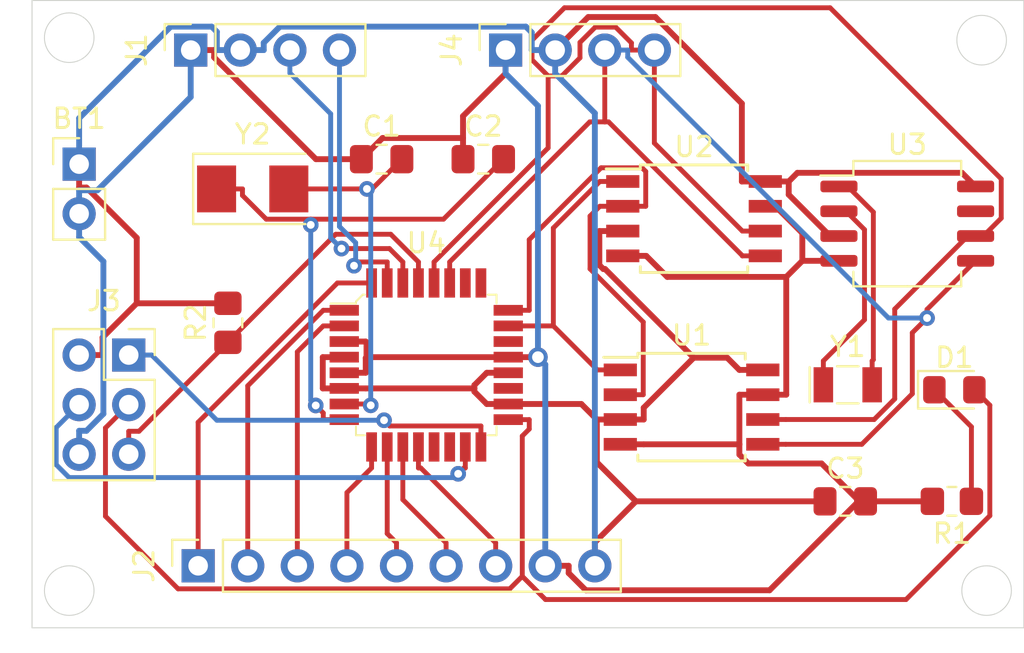
<source format=kicad_pcb>
(kicad_pcb (version 20171130) (host pcbnew 5.1.10-88a1d61d58~90~ubuntu20.04.1)

  (general
    (thickness 1.6)
    (drawings 9)
    (tracks 312)
    (zones 0)
    (modules 17)
    (nets 32)
  )

  (page A4)
  (title_block
    (title "Arduino Clone")
    (date 2021-08-25)
    (rev V1)
    (company "Tech Company")
    (comment 1 "Designed by Igor")
  )

  (layers
    (0 F.Cu signal)
    (31 B.Cu mixed)
    (32 B.Adhes user)
    (33 F.Adhes user)
    (34 B.Paste user)
    (35 F.Paste user)
    (36 B.SilkS user)
    (37 F.SilkS user)
    (38 B.Mask user)
    (39 F.Mask user)
    (40 Dwgs.User user)
    (41 Cmts.User user)
    (42 Eco1.User user)
    (43 Eco2.User user)
    (44 Edge.Cuts user)
    (45 Margin user)
    (46 B.CrtYd user)
    (47 F.CrtYd user)
    (48 B.Fab user)
    (49 F.Fab user)
  )

  (setup
    (last_trace_width 0.25)
    (user_trace_width 0.3)
    (trace_clearance 0.2)
    (zone_clearance 0.508)
    (zone_45_only no)
    (trace_min 0.2)
    (via_size 0.8)
    (via_drill 0.4)
    (via_min_size 0.4)
    (via_min_drill 0.3)
    (user_via 1 0.6)
    (uvia_size 0.3)
    (uvia_drill 0.1)
    (uvias_allowed no)
    (uvia_min_size 0.2)
    (uvia_min_drill 0.1)
    (edge_width 0.05)
    (segment_width 0.2)
    (pcb_text_width 0.3)
    (pcb_text_size 1.5 1.5)
    (mod_edge_width 0.12)
    (mod_text_size 1 1)
    (mod_text_width 0.15)
    (pad_size 1.524 1.524)
    (pad_drill 0.762)
    (pad_to_mask_clearance 0)
    (aux_axis_origin 0 0)
    (visible_elements FFFFFF7F)
    (pcbplotparams
      (layerselection 0x010fc_ffffffff)
      (usegerberextensions false)
      (usegerberattributes true)
      (usegerberadvancedattributes true)
      (creategerberjobfile true)
      (excludeedgelayer true)
      (linewidth 0.100000)
      (plotframeref false)
      (viasonmask false)
      (mode 1)
      (useauxorigin false)
      (hpglpennumber 1)
      (hpglpenspeed 20)
      (hpglpendiameter 15.000000)
      (psnegative false)
      (psa4output false)
      (plotreference true)
      (plotvalue true)
      (plotinvisibletext false)
      (padsonsilk false)
      (subtractmaskfromsilk false)
      (outputformat 1)
      (mirror false)
      (drillshape 1)
      (scaleselection 1)
      (outputdirectory ""))
  )

  (net 0 "")
  (net 1 /Vcc)
  (net 2 GNDPWR)
  (net 3 "Net-(C1-Pad2)")
  (net 4 "Net-(C2-Pad2)")
  (net 5 "Net-(D1-Pad1)")
  (net 6 /SCK)
  (net 7 /TX)
  (net 8 /RX)
  (net 9 /D2)
  (net 10 /D3)
  (net 11 /D4)
  (net 12 /D5)
  (net 13 /D6)
  (net 14 /D7)
  (net 15 /D8)
  (net 16 /MISO)
  (net 17 /MOSI)
  (net 18 /RESET)
  (net 19 /SDA)
  (net 20 /SCL)
  (net 21 /ADDS2)
  (net 22 /ADDS1)
  (net 23 "Net-(U3-Pad1)")
  (net 24 "Net-(U3-Pad2)")
  (net 25 "Net-(U3-Pad7)")
  (net 26 "Net-(U4-Pad13)")
  (net 27 "Net-(U4-Pad14)")
  (net 28 "Net-(U4-Pad19)")
  (net 29 "Net-(U4-Pad22)")
  (net 30 "Net-(U4-Pad25)")
  (net 31 "Net-(U4-Pad26)")

  (net_class Default "This is the default net class."
    (clearance 0.2)
    (trace_width 0.25)
    (via_dia 0.8)
    (via_drill 0.4)
    (uvia_dia 0.3)
    (uvia_drill 0.1)
    (add_net /ADDS1)
    (add_net /ADDS2)
    (add_net /D2)
    (add_net /D3)
    (add_net /D4)
    (add_net /D5)
    (add_net /D6)
    (add_net /D7)
    (add_net /D8)
    (add_net /MISO)
    (add_net /MOSI)
    (add_net /RESET)
    (add_net /RX)
    (add_net /SCK)
    (add_net /SCL)
    (add_net /SDA)
    (add_net /TX)
    (add_net "Net-(C1-Pad2)")
    (add_net "Net-(C2-Pad2)")
    (add_net "Net-(D1-Pad1)")
    (add_net "Net-(U3-Pad1)")
    (add_net "Net-(U3-Pad2)")
    (add_net "Net-(U3-Pad7)")
    (add_net "Net-(U4-Pad13)")
    (add_net "Net-(U4-Pad14)")
    (add_net "Net-(U4-Pad19)")
    (add_net "Net-(U4-Pad22)")
    (add_net "Net-(U4-Pad25)")
    (add_net "Net-(U4-Pad26)")
  )

  (net_class Power ""
    (clearance 0.2)
    (trace_width 0.3)
    (via_dia 1)
    (via_drill 0.6)
    (uvia_dia 0.3)
    (uvia_drill 0.1)
    (add_net /Vcc)
    (add_net GNDPWR)
  )

  (module Connector_PinHeader_2.54mm:PinHeader_1x02_P2.54mm_Vertical (layer F.Cu) (tedit 59FED5CC) (tstamp 61270BBB)
    (at 61.976 93.472)
    (descr "Through hole straight pin header, 1x02, 2.54mm pitch, single row")
    (tags "Through hole pin header THT 1x02 2.54mm single row")
    (path /6125734A)
    (fp_text reference BT1 (at 0 -2.33) (layer F.SilkS)
      (effects (font (size 1 1) (thickness 0.15)))
    )
    (fp_text value "Battery 3V" (at 0 4.87) (layer F.Fab)
      (effects (font (size 1 1) (thickness 0.15)))
    )
    (fp_line (start -0.635 -1.27) (end 1.27 -1.27) (layer F.Fab) (width 0.1))
    (fp_line (start 1.27 -1.27) (end 1.27 3.81) (layer F.Fab) (width 0.1))
    (fp_line (start 1.27 3.81) (end -1.27 3.81) (layer F.Fab) (width 0.1))
    (fp_line (start -1.27 3.81) (end -1.27 -0.635) (layer F.Fab) (width 0.1))
    (fp_line (start -1.27 -0.635) (end -0.635 -1.27) (layer F.Fab) (width 0.1))
    (fp_line (start -1.33 3.87) (end 1.33 3.87) (layer F.SilkS) (width 0.12))
    (fp_line (start -1.33 1.27) (end -1.33 3.87) (layer F.SilkS) (width 0.12))
    (fp_line (start 1.33 1.27) (end 1.33 3.87) (layer F.SilkS) (width 0.12))
    (fp_line (start -1.33 1.27) (end 1.33 1.27) (layer F.SilkS) (width 0.12))
    (fp_line (start -1.33 0) (end -1.33 -1.33) (layer F.SilkS) (width 0.12))
    (fp_line (start -1.33 -1.33) (end 0 -1.33) (layer F.SilkS) (width 0.12))
    (fp_line (start -1.8 -1.8) (end -1.8 4.35) (layer F.CrtYd) (width 0.05))
    (fp_line (start -1.8 4.35) (end 1.8 4.35) (layer F.CrtYd) (width 0.05))
    (fp_line (start 1.8 4.35) (end 1.8 -1.8) (layer F.CrtYd) (width 0.05))
    (fp_line (start 1.8 -1.8) (end -1.8 -1.8) (layer F.CrtYd) (width 0.05))
    (fp_text user %R (at 0 1.27 90) (layer F.Fab)
      (effects (font (size 1 1) (thickness 0.15)))
    )
    (pad 1 thru_hole rect (at 0 0) (size 1.7 1.7) (drill 1) (layers *.Cu *.Mask)
      (net 1 /Vcc))
    (pad 2 thru_hole oval (at 0 2.54) (size 1.7 1.7) (drill 1) (layers *.Cu *.Mask)
      (net 2 GNDPWR))
    (model ${KISYS3DMOD}/Connector_PinHeader_2.54mm.3dshapes/PinHeader_1x02_P2.54mm_Vertical.wrl
      (at (xyz 0 0 0))
      (scale (xyz 1 1 1))
      (rotate (xyz 0 0 0))
    )
  )

  (module Capacitor_SMD:C_0805_2012Metric_Pad1.18x1.45mm_HandSolder (layer F.Cu) (tedit 5F68FEEF) (tstamp 6126FDFE)
    (at 77.47 93.218)
    (descr "Capacitor SMD 0805 (2012 Metric), square (rectangular) end terminal, IPC_7351 nominal with elongated pad for handsoldering. (Body size source: IPC-SM-782 page 76, https://www.pcb-3d.com/wordpress/wp-content/uploads/ipc-sm-782a_amendment_1_and_2.pdf, https://docs.google.com/spreadsheets/d/1BsfQQcO9C6DZCsRaXUlFlo91Tg2WpOkGARC1WS5S8t0/edit?usp=sharing), generated with kicad-footprint-generator")
    (tags "capacitor handsolder")
    (path /61257D4E)
    (attr smd)
    (fp_text reference C1 (at 0 -1.68) (layer F.SilkS)
      (effects (font (size 1 1) (thickness 0.15)))
    )
    (fp_text value 22pF (at 0 1.68) (layer F.Fab)
      (effects (font (size 1 1) (thickness 0.15)))
    )
    (fp_line (start -1 0.625) (end -1 -0.625) (layer F.Fab) (width 0.1))
    (fp_line (start -1 -0.625) (end 1 -0.625) (layer F.Fab) (width 0.1))
    (fp_line (start 1 -0.625) (end 1 0.625) (layer F.Fab) (width 0.1))
    (fp_line (start 1 0.625) (end -1 0.625) (layer F.Fab) (width 0.1))
    (fp_line (start -0.261252 -0.735) (end 0.261252 -0.735) (layer F.SilkS) (width 0.12))
    (fp_line (start -0.261252 0.735) (end 0.261252 0.735) (layer F.SilkS) (width 0.12))
    (fp_line (start -1.88 0.98) (end -1.88 -0.98) (layer F.CrtYd) (width 0.05))
    (fp_line (start -1.88 -0.98) (end 1.88 -0.98) (layer F.CrtYd) (width 0.05))
    (fp_line (start 1.88 -0.98) (end 1.88 0.98) (layer F.CrtYd) (width 0.05))
    (fp_line (start 1.88 0.98) (end -1.88 0.98) (layer F.CrtYd) (width 0.05))
    (fp_text user %R (at 0 0) (layer F.Fab)
      (effects (font (size 0.5 0.5) (thickness 0.08)))
    )
    (pad 1 smd roundrect (at -1.0375 0) (size 1.175 1.45) (layers F.Cu F.Paste F.Mask) (roundrect_rratio 0.212766)
      (net 2 GNDPWR))
    (pad 2 smd roundrect (at 1.0375 0) (size 1.175 1.45) (layers F.Cu F.Paste F.Mask) (roundrect_rratio 0.212766)
      (net 3 "Net-(C1-Pad2)"))
    (model ${KISYS3DMOD}/Capacitor_SMD.3dshapes/C_0805_2012Metric.wrl
      (at (xyz 0 0 0))
      (scale (xyz 1 1 1))
      (rotate (xyz 0 0 0))
    )
  )

  (module Capacitor_SMD:C_0805_2012Metric_Pad1.18x1.45mm_HandSolder (layer F.Cu) (tedit 5F68FEEF) (tstamp 6126FE0F)
    (at 82.677 93.218)
    (descr "Capacitor SMD 0805 (2012 Metric), square (rectangular) end terminal, IPC_7351 nominal with elongated pad for handsoldering. (Body size source: IPC-SM-782 page 76, https://www.pcb-3d.com/wordpress/wp-content/uploads/ipc-sm-782a_amendment_1_and_2.pdf, https://docs.google.com/spreadsheets/d/1BsfQQcO9C6DZCsRaXUlFlo91Tg2WpOkGARC1WS5S8t0/edit?usp=sharing), generated with kicad-footprint-generator")
    (tags "capacitor handsolder")
    (path /61258301)
    (attr smd)
    (fp_text reference C2 (at 0 -1.68) (layer F.SilkS)
      (effects (font (size 1 1) (thickness 0.15)))
    )
    (fp_text value 22pF (at 0 1.68) (layer F.Fab)
      (effects (font (size 1 1) (thickness 0.15)))
    )
    (fp_line (start -1 0.625) (end -1 -0.625) (layer F.Fab) (width 0.1))
    (fp_line (start -1 -0.625) (end 1 -0.625) (layer F.Fab) (width 0.1))
    (fp_line (start 1 -0.625) (end 1 0.625) (layer F.Fab) (width 0.1))
    (fp_line (start 1 0.625) (end -1 0.625) (layer F.Fab) (width 0.1))
    (fp_line (start -0.261252 -0.735) (end 0.261252 -0.735) (layer F.SilkS) (width 0.12))
    (fp_line (start -0.261252 0.735) (end 0.261252 0.735) (layer F.SilkS) (width 0.12))
    (fp_line (start -1.88 0.98) (end -1.88 -0.98) (layer F.CrtYd) (width 0.05))
    (fp_line (start -1.88 -0.98) (end 1.88 -0.98) (layer F.CrtYd) (width 0.05))
    (fp_line (start 1.88 -0.98) (end 1.88 0.98) (layer F.CrtYd) (width 0.05))
    (fp_line (start 1.88 0.98) (end -1.88 0.98) (layer F.CrtYd) (width 0.05))
    (fp_text user %R (at 0 0) (layer F.Fab)
      (effects (font (size 0.5 0.5) (thickness 0.08)))
    )
    (pad 1 smd roundrect (at -1.0375 0) (size 1.175 1.45) (layers F.Cu F.Paste F.Mask) (roundrect_rratio 0.212766)
      (net 2 GNDPWR))
    (pad 2 smd roundrect (at 1.0375 0) (size 1.175 1.45) (layers F.Cu F.Paste F.Mask) (roundrect_rratio 0.212766)
      (net 4 "Net-(C2-Pad2)"))
    (model ${KISYS3DMOD}/Capacitor_SMD.3dshapes/C_0805_2012Metric.wrl
      (at (xyz 0 0 0))
      (scale (xyz 1 1 1))
      (rotate (xyz 0 0 0))
    )
  )

  (module Capacitor_SMD:C_0805_2012Metric_Pad1.18x1.45mm_HandSolder (layer F.Cu) (tedit 5F68FEEF) (tstamp 6126FE20)
    (at 101.219 110.744)
    (descr "Capacitor SMD 0805 (2012 Metric), square (rectangular) end terminal, IPC_7351 nominal with elongated pad for handsoldering. (Body size source: IPC-SM-782 page 76, https://www.pcb-3d.com/wordpress/wp-content/uploads/ipc-sm-782a_amendment_1_and_2.pdf, https://docs.google.com/spreadsheets/d/1BsfQQcO9C6DZCsRaXUlFlo91Tg2WpOkGARC1WS5S8t0/edit?usp=sharing), generated with kicad-footprint-generator")
    (tags "capacitor handsolder")
    (path /61258751)
    (attr smd)
    (fp_text reference C3 (at 0 -1.68) (layer F.SilkS)
      (effects (font (size 1 1) (thickness 0.15)))
    )
    (fp_text value 10uF (at 0 1.68) (layer F.Fab)
      (effects (font (size 1 1) (thickness 0.15)))
    )
    (fp_line (start 1.88 0.98) (end -1.88 0.98) (layer F.CrtYd) (width 0.05))
    (fp_line (start 1.88 -0.98) (end 1.88 0.98) (layer F.CrtYd) (width 0.05))
    (fp_line (start -1.88 -0.98) (end 1.88 -0.98) (layer F.CrtYd) (width 0.05))
    (fp_line (start -1.88 0.98) (end -1.88 -0.98) (layer F.CrtYd) (width 0.05))
    (fp_line (start -0.261252 0.735) (end 0.261252 0.735) (layer F.SilkS) (width 0.12))
    (fp_line (start -0.261252 -0.735) (end 0.261252 -0.735) (layer F.SilkS) (width 0.12))
    (fp_line (start 1 0.625) (end -1 0.625) (layer F.Fab) (width 0.1))
    (fp_line (start 1 -0.625) (end 1 0.625) (layer F.Fab) (width 0.1))
    (fp_line (start -1 -0.625) (end 1 -0.625) (layer F.Fab) (width 0.1))
    (fp_line (start -1 0.625) (end -1 -0.625) (layer F.Fab) (width 0.1))
    (fp_text user %R (at 0 0) (layer F.Fab)
      (effects (font (size 0.5 0.5) (thickness 0.08)))
    )
    (pad 2 smd roundrect (at 1.0375 0) (size 1.175 1.45) (layers F.Cu F.Paste F.Mask) (roundrect_rratio 0.212766)
      (net 2 GNDPWR))
    (pad 1 smd roundrect (at -1.0375 0) (size 1.175 1.45) (layers F.Cu F.Paste F.Mask) (roundrect_rratio 0.212766)
      (net 1 /Vcc))
    (model ${KISYS3DMOD}/Capacitor_SMD.3dshapes/C_0805_2012Metric.wrl
      (at (xyz 0 0 0))
      (scale (xyz 1 1 1))
      (rotate (xyz 0 0 0))
    )
  )

  (module LED_SMD:LED_0805_2012Metric_Pad1.15x1.40mm_HandSolder (layer F.Cu) (tedit 5F68FEF1) (tstamp 612711E3)
    (at 106.807 105.029)
    (descr "LED SMD 0805 (2012 Metric), square (rectangular) end terminal, IPC_7351 nominal, (Body size source: https://docs.google.com/spreadsheets/d/1BsfQQcO9C6DZCsRaXUlFlo91Tg2WpOkGARC1WS5S8t0/edit?usp=sharing), generated with kicad-footprint-generator")
    (tags "LED handsolder")
    (path /61258EF8)
    (attr smd)
    (fp_text reference D1 (at 0 -1.65) (layer F.SilkS)
      (effects (font (size 1 1) (thickness 0.15)))
    )
    (fp_text value LED (at 0 1.65) (layer F.Fab)
      (effects (font (size 1 1) (thickness 0.15)))
    )
    (fp_line (start 1 -0.6) (end -0.7 -0.6) (layer F.Fab) (width 0.1))
    (fp_line (start -0.7 -0.6) (end -1 -0.3) (layer F.Fab) (width 0.1))
    (fp_line (start -1 -0.3) (end -1 0.6) (layer F.Fab) (width 0.1))
    (fp_line (start -1 0.6) (end 1 0.6) (layer F.Fab) (width 0.1))
    (fp_line (start 1 0.6) (end 1 -0.6) (layer F.Fab) (width 0.1))
    (fp_line (start 1 -0.96) (end -1.86 -0.96) (layer F.SilkS) (width 0.12))
    (fp_line (start -1.86 -0.96) (end -1.86 0.96) (layer F.SilkS) (width 0.12))
    (fp_line (start -1.86 0.96) (end 1 0.96) (layer F.SilkS) (width 0.12))
    (fp_line (start -1.85 0.95) (end -1.85 -0.95) (layer F.CrtYd) (width 0.05))
    (fp_line (start -1.85 -0.95) (end 1.85 -0.95) (layer F.CrtYd) (width 0.05))
    (fp_line (start 1.85 -0.95) (end 1.85 0.95) (layer F.CrtYd) (width 0.05))
    (fp_line (start 1.85 0.95) (end -1.85 0.95) (layer F.CrtYd) (width 0.05))
    (fp_text user %R (at 0 0) (layer F.Fab)
      (effects (font (size 0.5 0.5) (thickness 0.08)))
    )
    (pad 1 smd roundrect (at -1.025 0) (size 1.15 1.4) (layers F.Cu F.Paste F.Mask) (roundrect_rratio 0.217391)
      (net 5 "Net-(D1-Pad1)"))
    (pad 2 smd roundrect (at 1.025 0) (size 1.15 1.4) (layers F.Cu F.Paste F.Mask) (roundrect_rratio 0.217391)
      (net 6 /SCK))
    (model ${KISYS3DMOD}/LED_SMD.3dshapes/LED_0805_2012Metric.wrl
      (at (xyz 0 0 0))
      (scale (xyz 1 1 1))
      (rotate (xyz 0 0 0))
    )
  )

  (module Connector_PinSocket_2.54mm:PinSocket_1x04_P2.54mm_Vertical (layer F.Cu) (tedit 5A19A429) (tstamp 6126FE4B)
    (at 67.691 87.63 90)
    (descr "Through hole straight socket strip, 1x04, 2.54mm pitch, single row (from Kicad 4.0.7), script generated")
    (tags "Through hole socket strip THT 1x04 2.54mm single row")
    (path /6125BEA7/6125D819)
    (fp_text reference J1 (at 0 -2.77 90) (layer F.SilkS)
      (effects (font (size 1 1) (thickness 0.15)))
    )
    (fp_text value Serial (at 0 10.39 90) (layer F.Fab)
      (effects (font (size 1 1) (thickness 0.15)))
    )
    (fp_line (start -1.8 9.4) (end -1.8 -1.8) (layer F.CrtYd) (width 0.05))
    (fp_line (start 1.75 9.4) (end -1.8 9.4) (layer F.CrtYd) (width 0.05))
    (fp_line (start 1.75 -1.8) (end 1.75 9.4) (layer F.CrtYd) (width 0.05))
    (fp_line (start -1.8 -1.8) (end 1.75 -1.8) (layer F.CrtYd) (width 0.05))
    (fp_line (start 0 -1.33) (end 1.33 -1.33) (layer F.SilkS) (width 0.12))
    (fp_line (start 1.33 -1.33) (end 1.33 0) (layer F.SilkS) (width 0.12))
    (fp_line (start 1.33 1.27) (end 1.33 8.95) (layer F.SilkS) (width 0.12))
    (fp_line (start -1.33 8.95) (end 1.33 8.95) (layer F.SilkS) (width 0.12))
    (fp_line (start -1.33 1.27) (end -1.33 8.95) (layer F.SilkS) (width 0.12))
    (fp_line (start -1.33 1.27) (end 1.33 1.27) (layer F.SilkS) (width 0.12))
    (fp_line (start -1.27 8.89) (end -1.27 -1.27) (layer F.Fab) (width 0.1))
    (fp_line (start 1.27 8.89) (end -1.27 8.89) (layer F.Fab) (width 0.1))
    (fp_line (start 1.27 -0.635) (end 1.27 8.89) (layer F.Fab) (width 0.1))
    (fp_line (start 0.635 -1.27) (end 1.27 -0.635) (layer F.Fab) (width 0.1))
    (fp_line (start -1.27 -1.27) (end 0.635 -1.27) (layer F.Fab) (width 0.1))
    (fp_text user %R (at 0 3.81) (layer F.Fab)
      (effects (font (size 1 1) (thickness 0.15)))
    )
    (pad 4 thru_hole oval (at 0 7.62 90) (size 1.7 1.7) (drill 1) (layers *.Cu *.Mask)
      (net 7 /TX))
    (pad 3 thru_hole oval (at 0 5.08 90) (size 1.7 1.7) (drill 1) (layers *.Cu *.Mask)
      (net 8 /RX))
    (pad 2 thru_hole oval (at 0 2.54 90) (size 1.7 1.7) (drill 1) (layers *.Cu *.Mask)
      (net 1 /Vcc))
    (pad 1 thru_hole rect (at 0 0 90) (size 1.7 1.7) (drill 1) (layers *.Cu *.Mask)
      (net 2 GNDPWR))
    (model ${KISYS3DMOD}/Connector_PinSocket_2.54mm.3dshapes/PinSocket_1x04_P2.54mm_Vertical.wrl
      (at (xyz 0 0 0))
      (scale (xyz 1 1 1))
      (rotate (xyz 0 0 0))
    )
  )

  (module Connector_PinSocket_2.54mm:PinSocket_1x09_P2.54mm_Vertical (layer F.Cu) (tedit 5A19A431) (tstamp 6126FE68)
    (at 68.072 114.046 90)
    (descr "Through hole straight socket strip, 1x09, 2.54mm pitch, single row (from Kicad 4.0.7), script generated")
    (tags "Through hole socket strip THT 1x09 2.54mm single row")
    (path /6125BEA7/6125CEE6)
    (fp_text reference J2 (at 0 -2.77 90) (layer F.SilkS)
      (effects (font (size 1 1) (thickness 0.15)))
    )
    (fp_text value "Digital pins" (at 0 23.09 90) (layer F.Fab)
      (effects (font (size 1 1) (thickness 0.15)))
    )
    (fp_line (start -1.27 -1.27) (end 0.635 -1.27) (layer F.Fab) (width 0.1))
    (fp_line (start 0.635 -1.27) (end 1.27 -0.635) (layer F.Fab) (width 0.1))
    (fp_line (start 1.27 -0.635) (end 1.27 21.59) (layer F.Fab) (width 0.1))
    (fp_line (start 1.27 21.59) (end -1.27 21.59) (layer F.Fab) (width 0.1))
    (fp_line (start -1.27 21.59) (end -1.27 -1.27) (layer F.Fab) (width 0.1))
    (fp_line (start -1.33 1.27) (end 1.33 1.27) (layer F.SilkS) (width 0.12))
    (fp_line (start -1.33 1.27) (end -1.33 21.65) (layer F.SilkS) (width 0.12))
    (fp_line (start -1.33 21.65) (end 1.33 21.65) (layer F.SilkS) (width 0.12))
    (fp_line (start 1.33 1.27) (end 1.33 21.65) (layer F.SilkS) (width 0.12))
    (fp_line (start 1.33 -1.33) (end 1.33 0) (layer F.SilkS) (width 0.12))
    (fp_line (start 0 -1.33) (end 1.33 -1.33) (layer F.SilkS) (width 0.12))
    (fp_line (start -1.8 -1.8) (end 1.75 -1.8) (layer F.CrtYd) (width 0.05))
    (fp_line (start 1.75 -1.8) (end 1.75 22.1) (layer F.CrtYd) (width 0.05))
    (fp_line (start 1.75 22.1) (end -1.8 22.1) (layer F.CrtYd) (width 0.05))
    (fp_line (start -1.8 22.1) (end -1.8 -1.8) (layer F.CrtYd) (width 0.05))
    (fp_text user %R (at 0 10.16) (layer F.Fab)
      (effects (font (size 1 1) (thickness 0.15)))
    )
    (pad 1 thru_hole rect (at 0 0 90) (size 1.7 1.7) (drill 1) (layers *.Cu *.Mask)
      (net 9 /D2))
    (pad 2 thru_hole oval (at 0 2.54 90) (size 1.7 1.7) (drill 1) (layers *.Cu *.Mask)
      (net 10 /D3))
    (pad 3 thru_hole oval (at 0 5.08 90) (size 1.7 1.7) (drill 1) (layers *.Cu *.Mask)
      (net 11 /D4))
    (pad 4 thru_hole oval (at 0 7.62 90) (size 1.7 1.7) (drill 1) (layers *.Cu *.Mask)
      (net 12 /D5))
    (pad 5 thru_hole oval (at 0 10.16 90) (size 1.7 1.7) (drill 1) (layers *.Cu *.Mask)
      (net 13 /D6))
    (pad 6 thru_hole oval (at 0 12.7 90) (size 1.7 1.7) (drill 1) (layers *.Cu *.Mask)
      (net 14 /D7))
    (pad 7 thru_hole oval (at 0 15.24 90) (size 1.7 1.7) (drill 1) (layers *.Cu *.Mask)
      (net 15 /D8))
    (pad 8 thru_hole oval (at 0 17.78 90) (size 1.7 1.7) (drill 1) (layers *.Cu *.Mask)
      (net 2 GNDPWR))
    (pad 9 thru_hole oval (at 0 20.32 90) (size 1.7 1.7) (drill 1) (layers *.Cu *.Mask)
      (net 1 /Vcc))
    (model ${KISYS3DMOD}/Connector_PinSocket_2.54mm.3dshapes/PinSocket_1x09_P2.54mm_Vertical.wrl
      (at (xyz 0 0 0))
      (scale (xyz 1 1 1))
      (rotate (xyz 0 0 0))
    )
  )

  (module Connector_PinSocket_2.54mm:PinSocket_2x03_P2.54mm_Vertical (layer F.Cu) (tedit 5A19A425) (tstamp 6126FE84)
    (at 64.516 103.251)
    (descr "Through hole straight socket strip, 2x03, 2.54mm pitch, double cols (from Kicad 4.0.7), script generated")
    (tags "Through hole socket strip THT 2x03 2.54mm double row")
    (path /6125BEA7/6125E2C1)
    (fp_text reference J3 (at -1.27 -2.77) (layer F.SilkS)
      (effects (font (size 1 1) (thickness 0.15)))
    )
    (fp_text value ICSP (at -1.27 7.85) (layer F.Fab)
      (effects (font (size 1 1) (thickness 0.15)))
    )
    (fp_line (start -3.81 -1.27) (end 0.27 -1.27) (layer F.Fab) (width 0.1))
    (fp_line (start 0.27 -1.27) (end 1.27 -0.27) (layer F.Fab) (width 0.1))
    (fp_line (start 1.27 -0.27) (end 1.27 6.35) (layer F.Fab) (width 0.1))
    (fp_line (start 1.27 6.35) (end -3.81 6.35) (layer F.Fab) (width 0.1))
    (fp_line (start -3.81 6.35) (end -3.81 -1.27) (layer F.Fab) (width 0.1))
    (fp_line (start -3.87 -1.33) (end -1.27 -1.33) (layer F.SilkS) (width 0.12))
    (fp_line (start -3.87 -1.33) (end -3.87 6.41) (layer F.SilkS) (width 0.12))
    (fp_line (start -3.87 6.41) (end 1.33 6.41) (layer F.SilkS) (width 0.12))
    (fp_line (start 1.33 1.27) (end 1.33 6.41) (layer F.SilkS) (width 0.12))
    (fp_line (start -1.27 1.27) (end 1.33 1.27) (layer F.SilkS) (width 0.12))
    (fp_line (start -1.27 -1.33) (end -1.27 1.27) (layer F.SilkS) (width 0.12))
    (fp_line (start 1.33 -1.33) (end 1.33 0) (layer F.SilkS) (width 0.12))
    (fp_line (start 0 -1.33) (end 1.33 -1.33) (layer F.SilkS) (width 0.12))
    (fp_line (start -4.34 -1.8) (end 1.76 -1.8) (layer F.CrtYd) (width 0.05))
    (fp_line (start 1.76 -1.8) (end 1.76 6.85) (layer F.CrtYd) (width 0.05))
    (fp_line (start 1.76 6.85) (end -4.34 6.85) (layer F.CrtYd) (width 0.05))
    (fp_line (start -4.34 6.85) (end -4.34 -1.8) (layer F.CrtYd) (width 0.05))
    (fp_text user %R (at -1.27 2.54 90) (layer F.Fab)
      (effects (font (size 1 1) (thickness 0.15)))
    )
    (pad 1 thru_hole rect (at 0 0) (size 1.7 1.7) (drill 1) (layers *.Cu *.Mask)
      (net 16 /MISO))
    (pad 2 thru_hole oval (at -2.54 0) (size 1.7 1.7) (drill 1) (layers *.Cu *.Mask)
      (net 1 /Vcc))
    (pad 3 thru_hole oval (at 0 2.54) (size 1.7 1.7) (drill 1) (layers *.Cu *.Mask)
      (net 6 /SCK))
    (pad 4 thru_hole oval (at -2.54 2.54) (size 1.7 1.7) (drill 1) (layers *.Cu *.Mask)
      (net 17 /MOSI))
    (pad 5 thru_hole oval (at 0 5.08) (size 1.7 1.7) (drill 1) (layers *.Cu *.Mask)
      (net 18 /RESET))
    (pad 6 thru_hole oval (at -2.54 5.08) (size 1.7 1.7) (drill 1) (layers *.Cu *.Mask)
      (net 2 GNDPWR))
    (model ${KISYS3DMOD}/Connector_PinSocket_2.54mm.3dshapes/PinSocket_2x03_P2.54mm_Vertical.wrl
      (at (xyz 0 0 0))
      (scale (xyz 1 1 1))
      (rotate (xyz 0 0 0))
    )
  )

  (module Connector_PinSocket_2.54mm:PinSocket_1x04_P2.54mm_Vertical (layer F.Cu) (tedit 5A19A429) (tstamp 6126FE9C)
    (at 83.82 87.63 90)
    (descr "Through hole straight socket strip, 1x04, 2.54mm pitch, single row (from Kicad 4.0.7), script generated")
    (tags "Through hole socket strip THT 1x04 2.54mm single row")
    (path /6125BEA7/6125E782)
    (fp_text reference J4 (at 0 -2.77 90) (layer F.SilkS)
      (effects (font (size 1 1) (thickness 0.15)))
    )
    (fp_text value I2C (at 0 10.39 90) (layer F.Fab)
      (effects (font (size 1 1) (thickness 0.15)))
    )
    (fp_line (start -1.27 -1.27) (end 0.635 -1.27) (layer F.Fab) (width 0.1))
    (fp_line (start 0.635 -1.27) (end 1.27 -0.635) (layer F.Fab) (width 0.1))
    (fp_line (start 1.27 -0.635) (end 1.27 8.89) (layer F.Fab) (width 0.1))
    (fp_line (start 1.27 8.89) (end -1.27 8.89) (layer F.Fab) (width 0.1))
    (fp_line (start -1.27 8.89) (end -1.27 -1.27) (layer F.Fab) (width 0.1))
    (fp_line (start -1.33 1.27) (end 1.33 1.27) (layer F.SilkS) (width 0.12))
    (fp_line (start -1.33 1.27) (end -1.33 8.95) (layer F.SilkS) (width 0.12))
    (fp_line (start -1.33 8.95) (end 1.33 8.95) (layer F.SilkS) (width 0.12))
    (fp_line (start 1.33 1.27) (end 1.33 8.95) (layer F.SilkS) (width 0.12))
    (fp_line (start 1.33 -1.33) (end 1.33 0) (layer F.SilkS) (width 0.12))
    (fp_line (start 0 -1.33) (end 1.33 -1.33) (layer F.SilkS) (width 0.12))
    (fp_line (start -1.8 -1.8) (end 1.75 -1.8) (layer F.CrtYd) (width 0.05))
    (fp_line (start 1.75 -1.8) (end 1.75 9.4) (layer F.CrtYd) (width 0.05))
    (fp_line (start 1.75 9.4) (end -1.8 9.4) (layer F.CrtYd) (width 0.05))
    (fp_line (start -1.8 9.4) (end -1.8 -1.8) (layer F.CrtYd) (width 0.05))
    (fp_text user %R (at 0 3.81) (layer F.Fab)
      (effects (font (size 1 1) (thickness 0.15)))
    )
    (pad 1 thru_hole rect (at 0 0 90) (size 1.7 1.7) (drill 1) (layers *.Cu *.Mask)
      (net 2 GNDPWR))
    (pad 2 thru_hole oval (at 0 2.54 90) (size 1.7 1.7) (drill 1) (layers *.Cu *.Mask)
      (net 1 /Vcc))
    (pad 3 thru_hole oval (at 0 5.08 90) (size 1.7 1.7) (drill 1) (layers *.Cu *.Mask)
      (net 19 /SDA))
    (pad 4 thru_hole oval (at 0 7.62 90) (size 1.7 1.7) (drill 1) (layers *.Cu *.Mask)
      (net 20 /SCL))
    (model ${KISYS3DMOD}/Connector_PinSocket_2.54mm.3dshapes/PinSocket_1x04_P2.54mm_Vertical.wrl
      (at (xyz 0 0 0))
      (scale (xyz 1 1 1))
      (rotate (xyz 0 0 0))
    )
  )

  (module Resistor_SMD:R_0805_2012Metric_Pad1.20x1.40mm_HandSolder (layer F.Cu) (tedit 5F68FEEE) (tstamp 61270D3F)
    (at 106.68 110.744 180)
    (descr "Resistor SMD 0805 (2012 Metric), square (rectangular) end terminal, IPC_7351 nominal with elongated pad for handsoldering. (Body size source: IPC-SM-782 page 72, https://www.pcb-3d.com/wordpress/wp-content/uploads/ipc-sm-782a_amendment_1_and_2.pdf), generated with kicad-footprint-generator")
    (tags "resistor handsolder")
    (path /6125A618)
    (attr smd)
    (fp_text reference R1 (at 0 -1.65) (layer F.SilkS)
      (effects (font (size 1 1) (thickness 0.15)))
    )
    (fp_text value 330Ohm (at 0 1.65) (layer F.Fab)
      (effects (font (size 1 1) (thickness 0.15)))
    )
    (fp_line (start -1 0.625) (end -1 -0.625) (layer F.Fab) (width 0.1))
    (fp_line (start -1 -0.625) (end 1 -0.625) (layer F.Fab) (width 0.1))
    (fp_line (start 1 -0.625) (end 1 0.625) (layer F.Fab) (width 0.1))
    (fp_line (start 1 0.625) (end -1 0.625) (layer F.Fab) (width 0.1))
    (fp_line (start -0.227064 -0.735) (end 0.227064 -0.735) (layer F.SilkS) (width 0.12))
    (fp_line (start -0.227064 0.735) (end 0.227064 0.735) (layer F.SilkS) (width 0.12))
    (fp_line (start -1.85 0.95) (end -1.85 -0.95) (layer F.CrtYd) (width 0.05))
    (fp_line (start -1.85 -0.95) (end 1.85 -0.95) (layer F.CrtYd) (width 0.05))
    (fp_line (start 1.85 -0.95) (end 1.85 0.95) (layer F.CrtYd) (width 0.05))
    (fp_line (start 1.85 0.95) (end -1.85 0.95) (layer F.CrtYd) (width 0.05))
    (fp_text user %R (at 0 0) (layer F.Fab)
      (effects (font (size 0.5 0.5) (thickness 0.08)))
    )
    (pad 1 smd roundrect (at -1 0 180) (size 1.2 1.4) (layers F.Cu F.Paste F.Mask) (roundrect_rratio 0.208333)
      (net 5 "Net-(D1-Pad1)"))
    (pad 2 smd roundrect (at 1 0 180) (size 1.2 1.4) (layers F.Cu F.Paste F.Mask) (roundrect_rratio 0.208333)
      (net 2 GNDPWR))
    (model ${KISYS3DMOD}/Resistor_SMD.3dshapes/R_0805_2012Metric.wrl
      (at (xyz 0 0 0))
      (scale (xyz 1 1 1))
      (rotate (xyz 0 0 0))
    )
  )

  (module Resistor_SMD:R_0805_2012Metric_Pad1.20x1.40mm_HandSolder (layer F.Cu) (tedit 5F68FEEE) (tstamp 6126FEBE)
    (at 69.596 101.6 90)
    (descr "Resistor SMD 0805 (2012 Metric), square (rectangular) end terminal, IPC_7351 nominal with elongated pad for handsoldering. (Body size source: IPC-SM-782 page 72, https://www.pcb-3d.com/wordpress/wp-content/uploads/ipc-sm-782a_amendment_1_and_2.pdf), generated with kicad-footprint-generator")
    (tags "resistor handsolder")
    (path /6125A917)
    (attr smd)
    (fp_text reference R2 (at 0 -1.65 90) (layer F.SilkS)
      (effects (font (size 1 1) (thickness 0.15)))
    )
    (fp_text value 10KOhm (at 0 1.65 90) (layer F.Fab)
      (effects (font (size 1 1) (thickness 0.15)))
    )
    (fp_line (start 1.85 0.95) (end -1.85 0.95) (layer F.CrtYd) (width 0.05))
    (fp_line (start 1.85 -0.95) (end 1.85 0.95) (layer F.CrtYd) (width 0.05))
    (fp_line (start -1.85 -0.95) (end 1.85 -0.95) (layer F.CrtYd) (width 0.05))
    (fp_line (start -1.85 0.95) (end -1.85 -0.95) (layer F.CrtYd) (width 0.05))
    (fp_line (start -0.227064 0.735) (end 0.227064 0.735) (layer F.SilkS) (width 0.12))
    (fp_line (start -0.227064 -0.735) (end 0.227064 -0.735) (layer F.SilkS) (width 0.12))
    (fp_line (start 1 0.625) (end -1 0.625) (layer F.Fab) (width 0.1))
    (fp_line (start 1 -0.625) (end 1 0.625) (layer F.Fab) (width 0.1))
    (fp_line (start -1 -0.625) (end 1 -0.625) (layer F.Fab) (width 0.1))
    (fp_line (start -1 0.625) (end -1 -0.625) (layer F.Fab) (width 0.1))
    (fp_text user %R (at 0 0 90) (layer F.Fab)
      (effects (font (size 0.5 0.5) (thickness 0.08)))
    )
    (pad 2 smd roundrect (at 1 0 90) (size 1.2 1.4) (layers F.Cu F.Paste F.Mask) (roundrect_rratio 0.208333)
      (net 1 /Vcc))
    (pad 1 smd roundrect (at -1 0 90) (size 1.2 1.4) (layers F.Cu F.Paste F.Mask) (roundrect_rratio 0.208333)
      (net 18 /RESET))
    (model ${KISYS3DMOD}/Resistor_SMD.3dshapes/R_0805_2012Metric.wrl
      (at (xyz 0 0 0))
      (scale (xyz 1 1 1))
      (rotate (xyz 0 0 0))
    )
  )

  (module Package_SO:SOIJ-8_5.3x5.3mm_P1.27mm (layer F.Cu) (tedit 5A02F2D3) (tstamp 6126FEDB)
    (at 93.345 105.918)
    (descr "8-Lead Plastic Small Outline (SM) - Medium, 5.28 mm Body [SOIC] (see Microchip Packaging Specification 00000049BS.pdf)")
    (tags "SOIC 1.27")
    (path /6125BB2B)
    (attr smd)
    (fp_text reference U1 (at 0 -3.68) (layer F.SilkS)
      (effects (font (size 1 1) (thickness 0.15)))
    )
    (fp_text value 24LC1025 (at 0 3.68) (layer F.Fab)
      (effects (font (size 1 1) (thickness 0.15)))
    )
    (fp_line (start -2.75 -2.55) (end -4.5 -2.55) (layer F.SilkS) (width 0.15))
    (fp_line (start -2.75 2.755) (end 2.75 2.755) (layer F.SilkS) (width 0.15))
    (fp_line (start -2.75 -2.755) (end 2.75 -2.755) (layer F.SilkS) (width 0.15))
    (fp_line (start -2.75 2.755) (end -2.75 2.455) (layer F.SilkS) (width 0.15))
    (fp_line (start 2.75 2.755) (end 2.75 2.455) (layer F.SilkS) (width 0.15))
    (fp_line (start 2.75 -2.755) (end 2.75 -2.455) (layer F.SilkS) (width 0.15))
    (fp_line (start -2.75 -2.755) (end -2.75 -2.55) (layer F.SilkS) (width 0.15))
    (fp_line (start -4.75 2.95) (end 4.75 2.95) (layer F.CrtYd) (width 0.05))
    (fp_line (start -4.75 -2.95) (end 4.75 -2.95) (layer F.CrtYd) (width 0.05))
    (fp_line (start 4.75 -2.95) (end 4.75 2.95) (layer F.CrtYd) (width 0.05))
    (fp_line (start -4.75 -2.95) (end -4.75 2.95) (layer F.CrtYd) (width 0.05))
    (fp_line (start -2.65 -1.65) (end -1.65 -2.65) (layer F.Fab) (width 0.15))
    (fp_line (start -2.65 2.65) (end -2.65 -1.65) (layer F.Fab) (width 0.15))
    (fp_line (start 2.65 2.65) (end -2.65 2.65) (layer F.Fab) (width 0.15))
    (fp_line (start 2.65 -2.65) (end 2.65 2.65) (layer F.Fab) (width 0.15))
    (fp_line (start -1.65 -2.65) (end 2.65 -2.65) (layer F.Fab) (width 0.15))
    (fp_text user %R (at 0 0) (layer F.Fab)
      (effects (font (size 1 1) (thickness 0.15)))
    )
    (pad 8 smd rect (at 3.65 -1.905) (size 1.7 0.65) (layers F.Cu F.Paste F.Mask)
      (net 1 /Vcc))
    (pad 7 smd rect (at 3.65 -0.635) (size 1.7 0.65) (layers F.Cu F.Paste F.Mask)
      (net 2 GNDPWR))
    (pad 6 smd rect (at 3.65 0.635) (size 1.7 0.65) (layers F.Cu F.Paste F.Mask)
      (net 20 /SCL))
    (pad 5 smd rect (at 3.65 1.905) (size 1.7 0.65) (layers F.Cu F.Paste F.Mask)
      (net 19 /SDA))
    (pad 4 smd rect (at -3.65 1.905) (size 1.7 0.65) (layers F.Cu F.Paste F.Mask)
      (net 2 GNDPWR))
    (pad 3 smd rect (at -3.65 0.635) (size 1.7 0.65) (layers F.Cu F.Paste F.Mask)
      (net 1 /Vcc))
    (pad 2 smd rect (at -3.65 -0.635) (size 1.7 0.65) (layers F.Cu F.Paste F.Mask)
      (net 21 /ADDS2))
    (pad 1 smd rect (at -3.65 -1.905) (size 1.7 0.65) (layers F.Cu F.Paste F.Mask)
      (net 22 /ADDS1))
    (model ${KISYS3DMOD}/Package_SO.3dshapes/SOIJ-8_5.3x5.3mm_P1.27mm.wrl
      (at (xyz 0 0 0))
      (scale (xyz 1 1 1))
      (rotate (xyz 0 0 0))
    )
  )

  (module Package_SO:SOIJ-8_5.3x5.3mm_P1.27mm (layer F.Cu) (tedit 5A02F2D3) (tstamp 61270ABE)
    (at 93.472 96.266)
    (descr "8-Lead Plastic Small Outline (SM) - Medium, 5.28 mm Body [SOIC] (see Microchip Packaging Specification 00000049BS.pdf)")
    (tags "SOIC 1.27")
    (path /6125B11C)
    (attr smd)
    (fp_text reference U2 (at 0 -3.68) (layer F.SilkS)
      (effects (font (size 1 1) (thickness 0.15)))
    )
    (fp_text value 24LC1025 (at 0 3.68) (layer F.Fab)
      (effects (font (size 1 1) (thickness 0.15)))
    )
    (fp_line (start -1.65 -2.65) (end 2.65 -2.65) (layer F.Fab) (width 0.15))
    (fp_line (start 2.65 -2.65) (end 2.65 2.65) (layer F.Fab) (width 0.15))
    (fp_line (start 2.65 2.65) (end -2.65 2.65) (layer F.Fab) (width 0.15))
    (fp_line (start -2.65 2.65) (end -2.65 -1.65) (layer F.Fab) (width 0.15))
    (fp_line (start -2.65 -1.65) (end -1.65 -2.65) (layer F.Fab) (width 0.15))
    (fp_line (start -4.75 -2.95) (end -4.75 2.95) (layer F.CrtYd) (width 0.05))
    (fp_line (start 4.75 -2.95) (end 4.75 2.95) (layer F.CrtYd) (width 0.05))
    (fp_line (start -4.75 -2.95) (end 4.75 -2.95) (layer F.CrtYd) (width 0.05))
    (fp_line (start -4.75 2.95) (end 4.75 2.95) (layer F.CrtYd) (width 0.05))
    (fp_line (start -2.75 -2.755) (end -2.75 -2.55) (layer F.SilkS) (width 0.15))
    (fp_line (start 2.75 -2.755) (end 2.75 -2.455) (layer F.SilkS) (width 0.15))
    (fp_line (start 2.75 2.755) (end 2.75 2.455) (layer F.SilkS) (width 0.15))
    (fp_line (start -2.75 2.755) (end -2.75 2.455) (layer F.SilkS) (width 0.15))
    (fp_line (start -2.75 -2.755) (end 2.75 -2.755) (layer F.SilkS) (width 0.15))
    (fp_line (start -2.75 2.755) (end 2.75 2.755) (layer F.SilkS) (width 0.15))
    (fp_line (start -2.75 -2.55) (end -4.5 -2.55) (layer F.SilkS) (width 0.15))
    (fp_text user %R (at 0 0) (layer F.Fab)
      (effects (font (size 1 1) (thickness 0.15)))
    )
    (pad 1 smd rect (at -3.65 -1.905) (size 1.7 0.65) (layers F.Cu F.Paste F.Mask)
      (net 22 /ADDS1))
    (pad 2 smd rect (at -3.65 -0.635) (size 1.7 0.65) (layers F.Cu F.Paste F.Mask)
      (net 21 /ADDS2))
    (pad 3 smd rect (at -3.65 0.635) (size 1.7 0.65) (layers F.Cu F.Paste F.Mask)
      (net 1 /Vcc))
    (pad 4 smd rect (at -3.65 1.905) (size 1.7 0.65) (layers F.Cu F.Paste F.Mask)
      (net 2 GNDPWR))
    (pad 5 smd rect (at 3.65 1.905) (size 1.7 0.65) (layers F.Cu F.Paste F.Mask)
      (net 19 /SDA))
    (pad 6 smd rect (at 3.65 0.635) (size 1.7 0.65) (layers F.Cu F.Paste F.Mask)
      (net 20 /SCL))
    (pad 7 smd rect (at 3.65 -0.635) (size 1.7 0.65) (layers F.Cu F.Paste F.Mask)
      (net 2 GNDPWR))
    (pad 8 smd rect (at 3.65 -1.905) (size 1.7 0.65) (layers F.Cu F.Paste F.Mask)
      (net 1 /Vcc))
    (model ${KISYS3DMOD}/Package_SO.3dshapes/SOIJ-8_5.3x5.3mm_P1.27mm.wrl
      (at (xyz 0 0 0))
      (scale (xyz 1 1 1))
      (rotate (xyz 0 0 0))
    )
  )

  (module Package_SO:SO-8_5.3x6.2mm_P1.27mm (layer F.Cu) (tedit 5EA5315B) (tstamp 61270A66)
    (at 104.394 96.52)
    (descr "SO, 8 Pin (https://www.ti.com/lit/ml/msop001a/msop001a.pdf), generated with kicad-footprint-generator ipc_gullwing_generator.py")
    (tags "SO SO")
    (path /61269243)
    (attr smd)
    (fp_text reference U3 (at 0 -4.05) (layer F.SilkS)
      (effects (font (size 1 1) (thickness 0.15)))
    )
    (fp_text value DS1337S+ (at 0 4.05) (layer F.Fab)
      (effects (font (size 1 1) (thickness 0.15)))
    )
    (fp_line (start 0 3.21) (end 2.76 3.21) (layer F.SilkS) (width 0.12))
    (fp_line (start 2.76 3.21) (end 2.76 2.465) (layer F.SilkS) (width 0.12))
    (fp_line (start 0 3.21) (end -2.76 3.21) (layer F.SilkS) (width 0.12))
    (fp_line (start -2.76 3.21) (end -2.76 2.465) (layer F.SilkS) (width 0.12))
    (fp_line (start 0 -3.21) (end 2.76 -3.21) (layer F.SilkS) (width 0.12))
    (fp_line (start 2.76 -3.21) (end 2.76 -2.465) (layer F.SilkS) (width 0.12))
    (fp_line (start 0 -3.21) (end -2.76 -3.21) (layer F.SilkS) (width 0.12))
    (fp_line (start -2.76 -3.21) (end -2.76 -2.465) (layer F.SilkS) (width 0.12))
    (fp_line (start -2.76 -2.465) (end -4.45 -2.465) (layer F.SilkS) (width 0.12))
    (fp_line (start -1.65 -3.1) (end 2.65 -3.1) (layer F.Fab) (width 0.1))
    (fp_line (start 2.65 -3.1) (end 2.65 3.1) (layer F.Fab) (width 0.1))
    (fp_line (start 2.65 3.1) (end -2.65 3.1) (layer F.Fab) (width 0.1))
    (fp_line (start -2.65 3.1) (end -2.65 -2.1) (layer F.Fab) (width 0.1))
    (fp_line (start -2.65 -2.1) (end -1.65 -3.1) (layer F.Fab) (width 0.1))
    (fp_line (start -4.7 -3.35) (end -4.7 3.35) (layer F.CrtYd) (width 0.05))
    (fp_line (start -4.7 3.35) (end 4.7 3.35) (layer F.CrtYd) (width 0.05))
    (fp_line (start 4.7 3.35) (end 4.7 -3.35) (layer F.CrtYd) (width 0.05))
    (fp_line (start 4.7 -3.35) (end -4.7 -3.35) (layer F.CrtYd) (width 0.05))
    (fp_text user %R (at 0 0) (layer F.Fab)
      (effects (font (size 1 1) (thickness 0.15)))
    )
    (pad 1 smd roundrect (at -3.5 -1.905) (size 1.9 0.6) (layers F.Cu F.Paste F.Mask) (roundrect_rratio 0.25)
      (net 23 "Net-(U3-Pad1)"))
    (pad 2 smd roundrect (at -3.5 -0.635) (size 1.9 0.6) (layers F.Cu F.Paste F.Mask) (roundrect_rratio 0.25)
      (net 24 "Net-(U3-Pad2)"))
    (pad 3 smd roundrect (at -3.5 0.635) (size 1.9 0.6) (layers F.Cu F.Paste F.Mask) (roundrect_rratio 0.25)
      (net 1 /Vcc))
    (pad 4 smd roundrect (at -3.5 1.905) (size 1.9 0.6) (layers F.Cu F.Paste F.Mask) (roundrect_rratio 0.25)
      (net 2 GNDPWR))
    (pad 5 smd roundrect (at 3.5 1.905) (size 1.9 0.6) (layers F.Cu F.Paste F.Mask) (roundrect_rratio 0.25)
      (net 19 /SDA))
    (pad 6 smd roundrect (at 3.5 0.635) (size 1.9 0.6) (layers F.Cu F.Paste F.Mask) (roundrect_rratio 0.25)
      (net 20 /SCL))
    (pad 7 smd roundrect (at 3.5 -0.635) (size 1.9 0.6) (layers F.Cu F.Paste F.Mask) (roundrect_rratio 0.25)
      (net 25 "Net-(U3-Pad7)"))
    (pad 8 smd roundrect (at 3.5 -1.905) (size 1.9 0.6) (layers F.Cu F.Paste F.Mask) (roundrect_rratio 0.25)
      (net 1 /Vcc))
    (model ${KISYS3DMOD}/Package_SO.3dshapes/SO-8_5.3x6.2mm_P1.27mm.wrl
      (at (xyz 0 0 0))
      (scale (xyz 1 1 1))
      (rotate (xyz 0 0 0))
    )
  )

  (module digikey-footprints:TQFP-32_7x7mm (layer F.Cu) (tedit 5D28AA5E) (tstamp 61270678)
    (at 79.756 103.759)
    (descr http://www.atmel.com/Images/Atmel-8826-SEEPROM-PCB-Mounting-Guidelines-Surface-Mount-Packages-ApplicationNote.pdf)
    (path /612603EF)
    (attr smd)
    (fp_text reference U4 (at 0 -6.25) (layer F.SilkS)
      (effects (font (size 1 1) (thickness 0.15)))
    )
    (fp_text value ATMEGA328P-AU (at 0 6.2) (layer F.Fab)
      (effects (font (size 1 1) (thickness 0.15)))
    )
    (fp_line (start -5.2 5.2) (end 5.2 5.2) (layer F.CrtYd) (width 0.05))
    (fp_line (start -5.2 -5.2) (end -5.2 5.2) (layer F.CrtYd) (width 0.05))
    (fp_line (start 5.2 -5.2) (end 5.2 5.2) (layer F.CrtYd) (width 0.05))
    (fp_line (start -5.2 -5.2) (end 5.2 -5.2) (layer F.CrtYd) (width 0.05))
    (fp_line (start -3.15 -3.6) (end -3.25 -3.6) (layer F.SilkS) (width 0.1))
    (fp_line (start -3.25 -3.6) (end -3.6 -3.25) (layer F.SilkS) (width 0.1))
    (fp_line (start -3.6 -3.25) (end -3.6 -3.15) (layer F.SilkS) (width 0.1))
    (fp_line (start -3.6 -3.15) (end -4.9 -3.15) (layer F.SilkS) (width 0.1))
    (fp_line (start 3.6 -3.6) (end 3.15 -3.6) (layer F.SilkS) (width 0.1))
    (fp_line (start 3.6 -3.6) (end 3.6 -3.15) (layer F.SilkS) (width 0.1))
    (fp_line (start 3.6 3.6) (end 3.6 3.15) (layer F.SilkS) (width 0.1))
    (fp_line (start 3.6 3.6) (end 3.15 3.6) (layer F.SilkS) (width 0.1))
    (fp_line (start -3.6 3.6) (end -3.15 3.6) (layer F.SilkS) (width 0.1))
    (fp_line (start -3.6 3.6) (end -3.6 3.15) (layer F.SilkS) (width 0.1))
    (fp_line (start -3.5 -3.2) (end -3.5 3.5) (layer F.Fab) (width 0.1))
    (fp_line (start -3.2 -3.5) (end 3.5 -3.5) (layer F.Fab) (width 0.1))
    (fp_line (start -3.5 -3.2) (end -3.2 -3.5) (layer F.Fab) (width 0.1))
    (fp_line (start -3.5 3.5) (end 3.5 3.5) (layer F.Fab) (width 0.1))
    (fp_line (start 3.5 -3.5) (end 3.5 3.5) (layer F.Fab) (width 0.1))
    (fp_text user %R (at 0 0) (layer F.Fab)
      (effects (font (size 1 1) (thickness 0.15)))
    )
    (pad 9 smd rect (at -2.8 4.2) (size 0.55 1.5) (layers F.Cu F.Paste F.Mask)
      (net 12 /D5))
    (pad 1 smd rect (at -4.2 -2.8) (size 1.5 0.55) (layers F.Cu F.Paste F.Mask)
      (net 10 /D3))
    (pad 2 smd rect (at -4.2 -2) (size 1.5 0.55) (layers F.Cu F.Paste F.Mask)
      (net 11 /D4))
    (pad 3 smd rect (at -4.2 -1.2) (size 1.5 0.55) (layers F.Cu F.Paste F.Mask)
      (net 2 GNDPWR))
    (pad 4 smd rect (at -4.2 -0.4) (size 1.5 0.55) (layers F.Cu F.Paste F.Mask)
      (net 1 /Vcc))
    (pad 5 smd rect (at -4.2 0.4) (size 1.5 0.55) (layers F.Cu F.Paste F.Mask)
      (net 2 GNDPWR))
    (pad 6 smd rect (at -4.2 1.2) (size 1.5 0.55) (layers F.Cu F.Paste F.Mask)
      (net 1 /Vcc))
    (pad 7 smd rect (at -4.2 2) (size 1.5 0.55) (layers F.Cu F.Paste F.Mask)
      (net 3 "Net-(C1-Pad2)"))
    (pad 8 smd rect (at -4.2 2.8) (size 1.5 0.55) (layers F.Cu F.Paste F.Mask)
      (net 4 "Net-(C2-Pad2)"))
    (pad 10 smd rect (at -2 4.2) (size 0.55 1.5) (layers F.Cu F.Paste F.Mask)
      (net 13 /D6))
    (pad 11 smd rect (at -1.2 4.2) (size 0.55 1.5) (layers F.Cu F.Paste F.Mask)
      (net 14 /D7))
    (pad 12 smd rect (at -0.4 4.2) (size 0.55 1.5) (layers F.Cu F.Paste F.Mask)
      (net 15 /D8))
    (pad 13 smd rect (at 0.4 4.2) (size 0.55 1.5) (layers F.Cu F.Paste F.Mask)
      (net 26 "Net-(U4-Pad13)"))
    (pad 14 smd rect (at 1.2 4.2) (size 0.55 1.5) (layers F.Cu F.Paste F.Mask)
      (net 27 "Net-(U4-Pad14)"))
    (pad 15 smd rect (at 2 4.2) (size 0.55 1.5) (layers F.Cu F.Paste F.Mask)
      (net 17 /MOSI))
    (pad 16 smd rect (at 2.8 4.2) (size 0.55 1.5) (layers F.Cu F.Paste F.Mask)
      (net 16 /MISO))
    (pad 17 smd rect (at 4.2 2.8) (size 1.5 0.55) (layers F.Cu F.Paste F.Mask)
      (net 6 /SCK))
    (pad 18 smd rect (at 4.2 2) (size 1.5 0.55) (layers F.Cu F.Paste F.Mask)
      (net 1 /Vcc))
    (pad 19 smd rect (at 4.2 1.2) (size 1.5 0.55) (layers F.Cu F.Paste F.Mask)
      (net 28 "Net-(U4-Pad19)"))
    (pad 20 smd rect (at 4.2 0.4) (size 1.5 0.55) (layers F.Cu F.Paste F.Mask)
      (net 1 /Vcc))
    (pad 21 smd rect (at 4.2 -0.4) (size 1.5 0.55) (layers F.Cu F.Paste F.Mask)
      (net 2 GNDPWR))
    (pad 22 smd rect (at 4.2 -1.2) (size 1.5 0.55) (layers F.Cu F.Paste F.Mask)
      (net 29 "Net-(U4-Pad22)"))
    (pad 23 smd rect (at 4.2 -2) (size 1.5 0.55) (layers F.Cu F.Paste F.Mask)
      (net 22 /ADDS1))
    (pad 24 smd rect (at 4.2 -2.8) (size 1.5 0.55) (layers F.Cu F.Paste F.Mask)
      (net 21 /ADDS2))
    (pad 25 smd rect (at 2.8 -4.2) (size 0.55 1.5) (layers F.Cu F.Paste F.Mask)
      (net 30 "Net-(U4-Pad25)"))
    (pad 26 smd rect (at 2 -4.2) (size 0.55 1.5) (layers F.Cu F.Paste F.Mask)
      (net 31 "Net-(U4-Pad26)"))
    (pad 27 smd rect (at 1.2 -4.2) (size 0.55 1.5) (layers F.Cu F.Paste F.Mask)
      (net 19 /SDA))
    (pad 28 smd rect (at 0.4 -4.2) (size 0.55 1.5) (layers F.Cu F.Paste F.Mask)
      (net 20 /SCL))
    (pad 29 smd rect (at -0.4 -4.2) (size 0.55 1.5) (layers F.Cu F.Paste F.Mask)
      (net 18 /RESET))
    (pad 30 smd rect (at -1.2 -4.2) (size 0.55 1.5) (layers F.Cu F.Paste F.Mask)
      (net 8 /RX))
    (pad 31 smd rect (at -2 -4.2) (size 0.55 1.5) (layers F.Cu F.Paste F.Mask)
      (net 7 /TX))
    (pad 32 smd rect (at -2.8 -4.2) (size 0.55 1.5) (layers F.Cu F.Paste F.Mask)
      (net 9 /D2))
  )

  (module Crystal:Crystal_SMD_MicroCrystal_CC7V-T1A-2Pin_3.2x1.5mm (layer F.Cu) (tedit 5D24C08C) (tstamp 6126FF62)
    (at 101.346 104.775)
    (descr "SMD Crystal MicroCrystal CC7V-T1A/CM7V-T1A series https://www.microcrystal.com/fileadmin/Media/Products/32kHz/Datasheet/CC7V-T1A.pdf, 3.2x1.5mm^2 package")
    (tags "SMD SMT crystal")
    (path /6126A4B3)
    (attr smd)
    (fp_text reference Y1 (at 0 -1.95) (layer F.SilkS)
      (effects (font (size 1 1) (thickness 0.15)))
    )
    (fp_text value 32MHz (at 0 1.95) (layer F.Fab)
      (effects (font (size 1 1) (thickness 0.15)))
    )
    (fp_line (start -1.6 -0.75) (end -1.6 0.75) (layer F.Fab) (width 0.1))
    (fp_line (start -1.6 0.75) (end 1.6 0.75) (layer F.Fab) (width 0.1))
    (fp_line (start 1.6 0.75) (end 1.6 -0.75) (layer F.Fab) (width 0.1))
    (fp_line (start 1.6 -0.75) (end -1.6 -0.75) (layer F.Fab) (width 0.1))
    (fp_line (start -1.6 0.25) (end -1.1 0.75) (layer F.Fab) (width 0.1))
    (fp_line (start -0.55 -0.95) (end 0.55 -0.95) (layer F.SilkS) (width 0.12))
    (fp_line (start -0.55 0.95) (end 0.55 0.95) (layer F.SilkS) (width 0.12))
    (fp_line (start -1.95 -0.9) (end -1.95 0.9) (layer F.SilkS) (width 0.12))
    (fp_line (start -2 -1.2) (end -2 1.2) (layer F.CrtYd) (width 0.05))
    (fp_line (start -2 1.2) (end 2 1.2) (layer F.CrtYd) (width 0.05))
    (fp_line (start 2 1.2) (end 2 -1.2) (layer F.CrtYd) (width 0.05))
    (fp_line (start 2 -1.2) (end -2 -1.2) (layer F.CrtYd) (width 0.05))
    (fp_text user %R (at 0 0) (layer F.Fab)
      (effects (font (size 0.7 0.7) (thickness 0.105)))
    )
    (pad 1 smd rect (at -1.25 0) (size 1 1.8) (layers F.Cu F.Paste F.Mask)
      (net 24 "Net-(U3-Pad2)"))
    (pad 2 smd rect (at 1.25 0) (size 1 1.8) (layers F.Cu F.Paste F.Mask)
      (net 23 "Net-(U3-Pad1)"))
    (model ${KISYS3DMOD}/Crystal.3dshapes/Crystal_SMD_MicroCrystal_CC7V-T1A-2Pin_3.2x1.5mm.wrl
      (at (xyz 0 0 0))
      (scale (xyz 1 1 1))
      (rotate (xyz 0 0 0))
    )
  )

  (module Crystal:Crystal_SMD_5032-2Pin_5.0x3.2mm (layer F.Cu) (tedit 5A0FD1B2) (tstamp 6126FF7D)
    (at 70.866 94.742)
    (descr "SMD Crystal SERIES SMD2520/2 http://www.icbase.com/File/PDF/HKC/HKC00061008.pdf, 5.0x3.2mm^2 package")
    (tags "SMD SMT crystal")
    (path /6126D88E)
    (attr smd)
    (fp_text reference Y2 (at 0 -2.8) (layer F.SilkS)
      (effects (font (size 1 1) (thickness 0.15)))
    )
    (fp_text value 16MHz (at 0 2.8) (layer F.Fab)
      (effects (font (size 1 1) (thickness 0.15)))
    )
    (fp_line (start -2.3 -1.6) (end 2.3 -1.6) (layer F.Fab) (width 0.1))
    (fp_line (start 2.3 -1.6) (end 2.5 -1.4) (layer F.Fab) (width 0.1))
    (fp_line (start 2.5 -1.4) (end 2.5 1.4) (layer F.Fab) (width 0.1))
    (fp_line (start 2.5 1.4) (end 2.3 1.6) (layer F.Fab) (width 0.1))
    (fp_line (start 2.3 1.6) (end -2.3 1.6) (layer F.Fab) (width 0.1))
    (fp_line (start -2.3 1.6) (end -2.5 1.4) (layer F.Fab) (width 0.1))
    (fp_line (start -2.5 1.4) (end -2.5 -1.4) (layer F.Fab) (width 0.1))
    (fp_line (start -2.5 -1.4) (end -2.3 -1.6) (layer F.Fab) (width 0.1))
    (fp_line (start -2.5 0.6) (end -1.5 1.6) (layer F.Fab) (width 0.1))
    (fp_line (start 2.7 -1.8) (end -3.05 -1.8) (layer F.SilkS) (width 0.12))
    (fp_line (start -3.05 -1.8) (end -3.05 1.8) (layer F.SilkS) (width 0.12))
    (fp_line (start -3.05 1.8) (end 2.7 1.8) (layer F.SilkS) (width 0.12))
    (fp_line (start -3.1 -1.9) (end -3.1 1.9) (layer F.CrtYd) (width 0.05))
    (fp_line (start -3.1 1.9) (end 3.1 1.9) (layer F.CrtYd) (width 0.05))
    (fp_line (start 3.1 1.9) (end 3.1 -1.9) (layer F.CrtYd) (width 0.05))
    (fp_line (start 3.1 -1.9) (end -3.1 -1.9) (layer F.CrtYd) (width 0.05))
    (fp_circle (center 0 0) (end 0.4 0) (layer F.Adhes) (width 0.1))
    (fp_circle (center 0 0) (end 0.333333 0) (layer F.Adhes) (width 0.133333))
    (fp_circle (center 0 0) (end 0.213333 0) (layer F.Adhes) (width 0.133333))
    (fp_circle (center 0 0) (end 0.093333 0) (layer F.Adhes) (width 0.186667))
    (fp_text user %R (at 0 0) (layer F.Fab)
      (effects (font (size 1 1) (thickness 0.15)))
    )
    (pad 1 smd rect (at -1.85 0) (size 2 2.4) (layers F.Cu F.Paste F.Mask)
      (net 4 "Net-(C2-Pad2)"))
    (pad 2 smd rect (at 1.85 0) (size 2 2.4) (layers F.Cu F.Paste F.Mask)
      (net 3 "Net-(C1-Pad2)"))
    (model ${KISYS3DMOD}/Crystal.3dshapes/Crystal_SMD_5032-2Pin_5.0x3.2mm.wrl
      (at (xyz 0 0 0))
      (scale (xyz 1 1 1))
      (rotate (xyz 0 0 0))
    )
  )

  (gr_circle (center 108.204 87.122) (end 108.966 88.138) (layer Edge.Cuts) (width 0.05) (tstamp 6127C835))
  (gr_circle (center 108.458 115.316) (end 109.22 116.332) (layer Edge.Cuts) (width 0.05) (tstamp 6127C835))
  (gr_circle (center 61.468 115.316) (end 62.23 116.332) (layer Edge.Cuts) (width 0.05) (tstamp 6127C81A))
  (gr_circle (center 61.468 86.995) (end 62.23 88.011) (layer Edge.Cuts) (width 0.05))
  (gr_line (start 59.563 85.09) (end 59.563 85.344) (layer Edge.Cuts) (width 0.05) (tstamp 6127C3D4))
  (gr_line (start 110.363 85.09) (end 59.563 85.09) (layer Edge.Cuts) (width 0.05))
  (gr_line (start 110.363 117.221) (end 110.363 85.09) (layer Edge.Cuts) (width 0.05))
  (gr_line (start 59.563 117.221) (end 110.363 117.221) (layer Edge.Cuts) (width 0.05))
  (gr_line (start 59.563 85.344) (end 59.563 117.221) (layer Edge.Cuts) (width 0.05))

  (segment (start 97.122 94.361) (end 95.9217 94.361) (width 0.3) (layer F.Cu) (net 1))
  (segment (start 86.36 87.63) (end 88.052 85.938) (width 0.3) (layer F.Cu) (net 1))
  (segment (start 88.052 85.938) (end 91.4934 85.938) (width 0.3) (layer F.Cu) (net 1))
  (segment (start 91.4934 85.938) (end 95.9217 90.3663) (width 0.3) (layer F.Cu) (net 1))
  (segment (start 95.9217 90.3663) (end 95.9217 94.361) (width 0.3) (layer F.Cu) (net 1))
  (segment (start 107.894 94.615) (end 107.1957 93.9167) (width 0.3) (layer F.Cu) (net 1))
  (segment (start 107.1957 93.9167) (end 98.7666 93.9167) (width 0.3) (layer F.Cu) (net 1))
  (segment (start 98.7666 93.9167) (end 98.3223 94.361) (width 0.3) (layer F.Cu) (net 1))
  (segment (start 97.122 94.361) (end 98.3223 94.361) (width 0.3) (layer F.Cu) (net 1))
  (segment (start 98.3223 94.361) (end 98.3223 95.0363) (width 0.3) (layer F.Cu) (net 1))
  (segment (start 98.3223 95.0363) (end 100.441 97.155) (width 0.3) (layer F.Cu) (net 1))
  (segment (start 100.441 97.155) (end 100.894 97.155) (width 0.3) (layer F.Cu) (net 1))
  (segment (start 86.36 87.63) (end 86.36 88.8303) (width 0.3) (layer B.Cu) (net 1))
  (segment (start 70.231 87.63) (end 71.4313 87.63) (width 0.3) (layer B.Cu) (net 1))
  (segment (start 86.36 87.63) (end 85.1597 87.63) (width 0.3) (layer B.Cu) (net 1))
  (segment (start 85.1597 87.63) (end 85.1597 86.7298) (width 0.3) (layer B.Cu) (net 1))
  (segment (start 85.1597 86.7298) (end 84.8591 86.4292) (width 0.3) (layer B.Cu) (net 1))
  (segment (start 84.8591 86.4292) (end 72.259 86.4292) (width 0.3) (layer B.Cu) (net 1))
  (segment (start 72.259 86.4292) (end 71.4313 87.2569) (width 0.3) (layer B.Cu) (net 1))
  (segment (start 71.4313 87.2569) (end 71.4313 87.63) (width 0.3) (layer B.Cu) (net 1))
  (segment (start 88.392 112.8457) (end 88.392 90.8623) (width 0.3) (layer B.Cu) (net 1))
  (segment (start 88.392 90.8623) (end 86.36 88.8303) (width 0.3) (layer B.Cu) (net 1))
  (segment (start 90.4937 110.744) (end 100.1815 110.744) (width 0.3) (layer F.Cu) (net 1))
  (segment (start 88.392 112.8457) (end 90.4937 110.744) (width 0.3) (layer F.Cu) (net 1))
  (segment (start 88.4946 106.5531) (end 88.4946 108.7449) (width 0.3) (layer F.Cu) (net 1))
  (segment (start 88.4946 108.7449) (end 90.4937 110.744) (width 0.3) (layer F.Cu) (net 1))
  (segment (start 88.4946 106.5531) (end 87.7005 105.759) (width 0.3) (layer F.Cu) (net 1))
  (segment (start 87.7005 105.759) (end 83.956 105.759) (width 0.3) (layer F.Cu) (net 1))
  (segment (start 88.4947 106.553) (end 88.4946 106.5531) (width 0.3) (layer F.Cu) (net 1))
  (segment (start 89.822 96.901) (end 88.6217 96.901) (width 0.3) (layer F.Cu) (net 1))
  (segment (start 93.4568 103.3874) (end 88.9157 98.8463) (width 0.3) (layer F.Cu) (net 1))
  (segment (start 88.9157 98.8463) (end 88.8269 98.8463) (width 0.3) (layer F.Cu) (net 1))
  (segment (start 88.8269 98.8463) (end 88.6217 98.6411) (width 0.3) (layer F.Cu) (net 1))
  (segment (start 88.6217 98.6411) (end 88.6217 96.901) (width 0.3) (layer F.Cu) (net 1))
  (segment (start 89.695 106.553) (end 90.8953 106.553) (width 0.3) (layer F.Cu) (net 1))
  (segment (start 93.4568 103.3874) (end 95.1691 103.3874) (width 0.3) (layer F.Cu) (net 1))
  (segment (start 95.1691 103.3874) (end 95.7947 104.013) (width 0.3) (layer F.Cu) (net 1))
  (segment (start 90.8953 106.553) (end 90.8953 105.9489) (width 0.3) (layer F.Cu) (net 1))
  (segment (start 90.8953 105.9489) (end 93.4568 103.3874) (width 0.3) (layer F.Cu) (net 1))
  (segment (start 88.392 114.046) (end 88.392 112.8457) (width 0.3) (layer B.Cu) (net 1))
  (segment (start 88.392 114.046) (end 88.392 112.8457) (width 0.3) (layer F.Cu) (net 1))
  (segment (start 82.2198 104.959) (end 82.2198 105.1231) (width 0.3) (layer F.Cu) (net 1))
  (segment (start 82.2198 105.1231) (end 82.8557 105.759) (width 0.3) (layer F.Cu) (net 1))
  (segment (start 82.8557 104.159) (end 82.2198 104.7949) (width 0.3) (layer F.Cu) (net 1))
  (segment (start 82.2198 104.7949) (end 82.2198 104.959) (width 0.3) (layer F.Cu) (net 1))
  (segment (start 82.2198 104.959) (end 76.6563 104.959) (width 0.3) (layer F.Cu) (net 1))
  (segment (start 75.556 104.959) (end 76.6563 104.959) (width 0.3) (layer F.Cu) (net 1))
  (segment (start 83.956 105.759) (end 82.8557 105.759) (width 0.3) (layer F.Cu) (net 1))
  (segment (start 61.976 93.472) (end 61.976 94.6723) (width 0.3) (layer F.Cu) (net 1))
  (segment (start 64.9271 100.6) (end 69.596 100.6) (width 0.3) (layer F.Cu) (net 1))
  (segment (start 63.1763 103.251) (end 63.1763 102.3508) (width 0.3) (layer F.Cu) (net 1))
  (segment (start 63.1763 102.3508) (end 64.9271 100.6) (width 0.3) (layer F.Cu) (net 1))
  (segment (start 61.976 94.6723) (end 62.3511 94.6723) (width 0.3) (layer F.Cu) (net 1))
  (segment (start 62.3511 94.6723) (end 64.9271 97.2483) (width 0.3) (layer F.Cu) (net 1))
  (segment (start 64.9271 97.2483) (end 64.9271 100.6) (width 0.3) (layer F.Cu) (net 1))
  (segment (start 89.695 106.553) (end 88.4947 106.553) (width 0.3) (layer F.Cu) (net 1))
  (segment (start 83.956 104.159) (end 82.8557 104.159) (width 0.3) (layer F.Cu) (net 1))
  (segment (start 75.556 103.359) (end 74.4557 103.359) (width 0.3) (layer F.Cu) (net 1))
  (segment (start 75.556 104.959) (end 74.4557 104.959) (width 0.3) (layer F.Cu) (net 1))
  (segment (start 74.4557 104.959) (end 74.4557 103.359) (width 0.3) (layer F.Cu) (net 1))
  (segment (start 70.231 87.63) (end 69.0307 87.63) (width 0.3) (layer B.Cu) (net 1))
  (segment (start 61.976 93.472) (end 61.976 91.1203) (width 0.3) (layer B.Cu) (net 1))
  (segment (start 61.976 91.1203) (end 66.6667 86.4296) (width 0.3) (layer B.Cu) (net 1))
  (segment (start 66.6667 86.4296) (end 68.767 86.4296) (width 0.3) (layer B.Cu) (net 1))
  (segment (start 68.767 86.4296) (end 69.0307 86.6933) (width 0.3) (layer B.Cu) (net 1))
  (segment (start 69.0307 86.6933) (end 69.0307 87.63) (width 0.3) (layer B.Cu) (net 1))
  (segment (start 61.976 103.251) (end 63.1763 103.251) (width 0.3) (layer F.Cu) (net 1))
  (segment (start 96.995 104.013) (end 95.7947 104.013) (width 0.3) (layer F.Cu) (net 1))
  (segment (start 95.7947 107.823) (end 95.7947 105.283) (width 0.3) (layer F.Cu) (net 2))
  (segment (start 101.9201 110.7206) (end 100.0055 108.806) (width 0.3) (layer F.Cu) (net 2))
  (segment (start 100.0055 108.806) (end 96.2515 108.806) (width 0.3) (layer F.Cu) (net 2))
  (segment (start 96.2515 108.806) (end 95.7947 108.3492) (width 0.3) (layer F.Cu) (net 2))
  (segment (start 95.7947 108.3492) (end 95.7947 107.823) (width 0.3) (layer F.Cu) (net 2))
  (segment (start 95.7947 107.823) (end 90.8953 107.823) (width 0.3) (layer F.Cu) (net 2))
  (segment (start 89.695 107.823) (end 90.8953 107.823) (width 0.3) (layer F.Cu) (net 2))
  (segment (start 96.995 105.283) (end 95.7947 105.283) (width 0.3) (layer F.Cu) (net 2))
  (segment (start 101.9201 110.7206) (end 97.3417 115.299) (width 0.3) (layer F.Cu) (net 2))
  (segment (start 97.3417 115.299) (end 87.9302 115.299) (width 0.3) (layer F.Cu) (net 2))
  (segment (start 87.9302 115.299) (end 87.0523 114.4211) (width 0.3) (layer F.Cu) (net 2))
  (segment (start 87.0523 114.4211) (end 87.0523 114.046) (width 0.3) (layer F.Cu) (net 2))
  (segment (start 102.2565 110.744) (end 101.9435 110.744) (width 0.3) (layer F.Cu) (net 2))
  (segment (start 101.9435 110.744) (end 101.9201 110.7206) (width 0.3) (layer F.Cu) (net 2))
  (segment (start 98.1953 99.249) (end 99.0193 98.425) (width 0.3) (layer F.Cu) (net 2))
  (segment (start 98.1953 105.283) (end 98.1953 99.249) (width 0.3) (layer F.Cu) (net 2))
  (segment (start 98.1953 99.249) (end 92.1003 99.249) (width 0.3) (layer F.Cu) (net 2))
  (segment (start 92.1003 99.249) (end 91.0223 98.171) (width 0.3) (layer F.Cu) (net 2))
  (segment (start 89.822 98.171) (end 91.0223 98.171) (width 0.3) (layer F.Cu) (net 2))
  (segment (start 99.0193 98.425) (end 99.0193 97.0054) (width 0.3) (layer F.Cu) (net 2))
  (segment (start 99.0193 97.0054) (end 97.6449 95.631) (width 0.3) (layer F.Cu) (net 2))
  (segment (start 97.6449 95.631) (end 97.122 95.631) (width 0.3) (layer F.Cu) (net 2))
  (segment (start 99.0193 98.425) (end 100.894 98.425) (width 0.3) (layer F.Cu) (net 2))
  (segment (start 96.995 105.283) (end 98.1953 105.283) (width 0.3) (layer F.Cu) (net 2))
  (segment (start 61.976 96.012) (end 61.976 94.8117) (width 0.3) (layer B.Cu) (net 2))
  (segment (start 67.691 87.63) (end 67.691 90.0334) (width 0.3) (layer B.Cu) (net 2))
  (segment (start 67.691 90.0334) (end 62.9127 94.8117) (width 0.3) (layer B.Cu) (net 2))
  (segment (start 62.9127 94.8117) (end 61.976 94.8117) (width 0.3) (layer B.Cu) (net 2))
  (segment (start 85.852 114.046) (end 87.0523 114.046) (width 0.3) (layer F.Cu) (net 2))
  (segment (start 85.477 103.359) (end 85.477 90.4873) (width 0.3) (layer B.Cu) (net 2))
  (segment (start 85.477 90.4873) (end 83.82 88.8303) (width 0.3) (layer B.Cu) (net 2))
  (segment (start 85.0563 103.359) (end 85.477 103.359) (width 0.3) (layer F.Cu) (net 2))
  (segment (start 85.852 114.046) (end 85.852 103.734) (width 0.3) (layer B.Cu) (net 2))
  (segment (start 85.852 103.734) (end 85.477 103.359) (width 0.3) (layer B.Cu) (net 2))
  (segment (start 83.956 103.359) (end 85.0563 103.359) (width 0.3) (layer F.Cu) (net 2))
  (segment (start 76.6959 103.359) (end 83.956 103.359) (width 0.3) (layer F.Cu) (net 2))
  (segment (start 83.82 87.63) (end 83.82 88.8303) (width 0.3) (layer B.Cu) (net 2))
  (segment (start 102.2565 110.744) (end 105.68 110.744) (width 0.3) (layer F.Cu) (net 2))
  (segment (start 81.6395 92.1349) (end 81.6395 91.0108) (width 0.3) (layer F.Cu) (net 2))
  (segment (start 81.6395 91.0108) (end 83.82 88.8303) (width 0.3) (layer F.Cu) (net 2))
  (segment (start 81.6395 93.218) (end 81.6395 92.1349) (width 0.3) (layer F.Cu) (net 2))
  (segment (start 81.6395 92.1349) (end 77.5156 92.1349) (width 0.3) (layer F.Cu) (net 2))
  (segment (start 77.5156 92.1349) (end 76.4325 93.218) (width 0.3) (layer F.Cu) (net 2))
  (segment (start 67.691 87.63) (end 68.8913 87.63) (width 0.3) (layer F.Cu) (net 2))
  (segment (start 68.8913 87.63) (end 68.8913 88.0052) (width 0.3) (layer F.Cu) (net 2))
  (segment (start 68.8913 88.0052) (end 74.1041 93.218) (width 0.3) (layer F.Cu) (net 2))
  (segment (start 74.1041 93.218) (end 76.4325 93.218) (width 0.3) (layer F.Cu) (net 2))
  (segment (start 83.82 87.63) (end 83.82 88.8303) (width 0.3) (layer F.Cu) (net 2))
  (segment (start 61.976 96.012) (end 61.976 97.2123) (width 0.3) (layer B.Cu) (net 2))
  (segment (start 61.976 108.331) (end 61.976 107.1307) (width 0.3) (layer B.Cu) (net 2))
  (segment (start 61.976 107.1307) (end 62.3511 107.1307) (width 0.3) (layer B.Cu) (net 2))
  (segment (start 62.3511 107.1307) (end 63.2182 106.2636) (width 0.3) (layer B.Cu) (net 2))
  (segment (start 63.2182 106.2636) (end 63.2182 98.4545) (width 0.3) (layer B.Cu) (net 2))
  (segment (start 63.2182 98.4545) (end 61.976 97.2123) (width 0.3) (layer B.Cu) (net 2))
  (segment (start 75.556 104.159) (end 76.6563 104.159) (width 0.3) (layer F.Cu) (net 2))
  (segment (start 75.556 102.559) (end 76.6563 102.559) (width 0.3) (layer F.Cu) (net 2))
  (segment (start 76.6959 103.359) (end 76.6959 102.5986) (width 0.3) (layer F.Cu) (net 2))
  (segment (start 76.6959 102.5986) (end 76.6563 102.559) (width 0.3) (layer F.Cu) (net 2))
  (segment (start 76.6563 104.159) (end 76.6563 103.3986) (width 0.3) (layer F.Cu) (net 2))
  (segment (start 76.6563 103.3986) (end 76.6959 103.359) (width 0.3) (layer F.Cu) (net 2))
  (via (at 85.477 103.359) (size 1) (drill 0.6) (layers F.Cu B.Cu) (net 2))
  (segment (start 76.7179 94.742) (end 76.9835 94.742) (width 0.25) (layer F.Cu) (net 3))
  (segment (start 76.9835 94.742) (end 78.5075 93.218) (width 0.25) (layer F.Cu) (net 3))
  (segment (start 72.716 94.742) (end 76.7179 94.742) (width 0.25) (layer F.Cu) (net 3))
  (segment (start 76.912 105.8264) (end 76.912 94.9361) (width 0.25) (layer B.Cu) (net 3))
  (segment (start 76.912 94.9361) (end 76.7179 94.742) (width 0.25) (layer B.Cu) (net 3))
  (segment (start 76.912 105.8264) (end 76.6987 105.8264) (width 0.25) (layer F.Cu) (net 3))
  (segment (start 76.6987 105.8264) (end 76.6313 105.759) (width 0.25) (layer F.Cu) (net 3))
  (segment (start 75.556 105.759) (end 76.6313 105.759) (width 0.25) (layer F.Cu) (net 3))
  (via (at 76.912 105.8264) (size 0.8) (layers F.Cu B.Cu) (net 3))
  (via (at 76.7179 94.742) (size 0.8) (layers F.Cu B.Cu) (net 3))
  (segment (start 73.8391 96.2918) (end 73.8391 96.5839) (width 0.25) (layer F.Cu) (net 4))
  (segment (start 74.0944 105.8335) (end 73.8391 105.5782) (width 0.25) (layer B.Cu) (net 4))
  (segment (start 73.8391 105.5782) (end 73.8391 96.5839) (width 0.25) (layer B.Cu) (net 4))
  (segment (start 73.8391 96.2918) (end 80.6407 96.2918) (width 0.25) (layer F.Cu) (net 4))
  (segment (start 80.6407 96.2918) (end 83.7145 93.218) (width 0.25) (layer F.Cu) (net 4))
  (segment (start 70.3413 94.742) (end 70.3413 95.0733) (width 0.25) (layer F.Cu) (net 4))
  (segment (start 70.3413 95.0733) (end 71.5598 96.2918) (width 0.25) (layer F.Cu) (net 4))
  (segment (start 71.5598 96.2918) (end 73.8391 96.2918) (width 0.25) (layer F.Cu) (net 4))
  (segment (start 74.0944 105.8335) (end 74.4807 106.2198) (width 0.25) (layer F.Cu) (net 4))
  (segment (start 74.4807 106.2198) (end 74.4807 106.559) (width 0.25) (layer F.Cu) (net 4))
  (segment (start 75.556 106.559) (end 74.4807 106.559) (width 0.25) (layer F.Cu) (net 4))
  (segment (start 69.016 94.742) (end 70.3413 94.742) (width 0.25) (layer F.Cu) (net 4))
  (via (at 74.0944 105.8335) (size 0.8) (layers F.Cu B.Cu) (net 4))
  (via (at 73.8391 96.5839) (size 0.8) (layers F.Cu B.Cu) (net 4))
  (segment (start 107.68 110.744) (end 107.68 106.927) (width 0.25) (layer F.Cu) (net 5))
  (segment (start 107.68 106.927) (end 105.782 105.029) (width 0.25) (layer F.Cu) (net 5))
  (segment (start 84.675 114.5852) (end 85.8642 115.7744) (width 0.25) (layer F.Cu) (net 6))
  (segment (start 85.8642 115.7744) (end 104.3306 115.7744) (width 0.25) (layer F.Cu) (net 6))
  (segment (start 104.3306 115.7744) (end 108.623 111.482) (width 0.25) (layer F.Cu) (net 6))
  (segment (start 108.623 111.482) (end 108.623 105.82) (width 0.25) (layer F.Cu) (net 6))
  (segment (start 108.623 105.82) (end 107.832 105.029) (width 0.25) (layer F.Cu) (net 6))
  (segment (start 85.0313 106.559) (end 85.0313 107.0405) (width 0.25) (layer F.Cu) (net 6))
  (segment (start 85.0313 107.0405) (end 84.675 107.3968) (width 0.25) (layer F.Cu) (net 6))
  (segment (start 84.675 107.3968) (end 84.675 114.5852) (width 0.25) (layer F.Cu) (net 6))
  (segment (start 64.516 105.791) (end 63.3254 106.9816) (width 0.25) (layer F.Cu) (net 6))
  (segment (start 63.3254 106.9816) (end 63.3254 111.5089) (width 0.25) (layer F.Cu) (net 6))
  (segment (start 63.3254 111.5089) (end 67.0431 115.2266) (width 0.25) (layer F.Cu) (net 6))
  (segment (start 67.0431 115.2266) (end 84.0336 115.2266) (width 0.25) (layer F.Cu) (net 6))
  (segment (start 84.0336 115.2266) (end 84.675 114.5852) (width 0.25) (layer F.Cu) (net 6))
  (segment (start 83.956 106.559) (end 85.0313 106.559) (width 0.25) (layer F.Cu) (net 6))
  (segment (start 76.0554 98.6746) (end 76.1396 98.5904) (width 0.25) (layer B.Cu) (net 7))
  (segment (start 76.1396 98.5904) (end 76.1396 97.4972) (width 0.25) (layer B.Cu) (net 7))
  (segment (start 76.1396 97.4972) (end 75.311 96.6686) (width 0.25) (layer B.Cu) (net 7))
  (segment (start 75.311 96.6686) (end 75.311 88.8053) (width 0.25) (layer B.Cu) (net 7))
  (segment (start 75.311 87.63) (end 75.311 88.8053) (width 0.25) (layer B.Cu) (net 7))
  (segment (start 77.756 99.559) (end 77.756 98.4837) (width 0.25) (layer F.Cu) (net 7))
  (segment (start 77.756 98.4837) (end 76.2463 98.4837) (width 0.25) (layer F.Cu) (net 7))
  (segment (start 76.2463 98.4837) (end 76.0554 98.6746) (width 0.25) (layer F.Cu) (net 7))
  (via (at 76.0554 98.6746) (size 0.8) (layers F.Cu B.Cu) (net 7))
  (segment (start 72.771 87.63) (end 72.771 88.8053) (width 0.25) (layer B.Cu) (net 8))
  (segment (start 78.556 99.559) (end 78.556 98.4837) (width 0.25) (layer F.Cu) (net 8))
  (segment (start 75.4143 97.7977) (end 74.8606 97.244) (width 0.25) (layer B.Cu) (net 8))
  (segment (start 74.8606 97.244) (end 74.8606 90.8949) (width 0.25) (layer B.Cu) (net 8))
  (segment (start 74.8606 90.8949) (end 72.771 88.8053) (width 0.25) (layer B.Cu) (net 8))
  (segment (start 78.556 98.4837) (end 77.87 97.7977) (width 0.25) (layer F.Cu) (net 8))
  (segment (start 77.87 97.7977) (end 75.4143 97.7977) (width 0.25) (layer F.Cu) (net 8))
  (via (at 75.4143 97.7977) (size 0.8) (layers F.Cu B.Cu) (net 8))
  (segment (start 68.072 114.046) (end 68.072 106.6933) (width 0.25) (layer F.Cu) (net 9))
  (segment (start 68.072 106.6933) (end 75.2063 99.559) (width 0.25) (layer F.Cu) (net 9))
  (segment (start 75.2063 99.559) (end 76.956 99.559) (width 0.25) (layer F.Cu) (net 9))
  (segment (start 70.612 112.8707) (end 70.612 104.8277) (width 0.25) (layer F.Cu) (net 10))
  (segment (start 70.612 104.8277) (end 74.4807 100.959) (width 0.25) (layer F.Cu) (net 10))
  (segment (start 70.612 114.046) (end 70.612 112.8707) (width 0.25) (layer F.Cu) (net 10))
  (segment (start 75.556 100.959) (end 74.4807 100.959) (width 0.25) (layer F.Cu) (net 10))
  (segment (start 73.152 112.8707) (end 73.152 103.0877) (width 0.25) (layer F.Cu) (net 11))
  (segment (start 73.152 103.0877) (end 74.4807 101.759) (width 0.25) (layer F.Cu) (net 11))
  (segment (start 73.152 114.046) (end 73.152 112.8707) (width 0.25) (layer F.Cu) (net 11))
  (segment (start 75.556 101.759) (end 74.4807 101.759) (width 0.25) (layer F.Cu) (net 11))
  (segment (start 76.956 107.959) (end 76.956 109.0343) (width 0.25) (layer F.Cu) (net 12))
  (segment (start 76.956 109.0343) (end 75.692 110.2983) (width 0.25) (layer F.Cu) (net 12))
  (segment (start 75.692 110.2983) (end 75.692 114.046) (width 0.25) (layer F.Cu) (net 12))
  (segment (start 78.232 114.046) (end 78.232 112.8707) (width 0.25) (layer F.Cu) (net 13))
  (segment (start 77.756 107.959) (end 77.756 112.3947) (width 0.25) (layer F.Cu) (net 13))
  (segment (start 77.756 112.3947) (end 78.232 112.8707) (width 0.25) (layer F.Cu) (net 13))
  (segment (start 80.772 114.046) (end 80.772 112.8707) (width 0.25) (layer F.Cu) (net 14))
  (segment (start 78.556 107.959) (end 78.556 110.6547) (width 0.25) (layer F.Cu) (net 14))
  (segment (start 78.556 110.6547) (end 80.772 112.8707) (width 0.25) (layer F.Cu) (net 14))
  (segment (start 79.356 107.959) (end 79.356 109.0343) (width 0.25) (layer F.Cu) (net 15))
  (segment (start 83.312 114.046) (end 83.312 112.8707) (width 0.25) (layer F.Cu) (net 15))
  (segment (start 79.356 109.0343) (end 79.4756 109.0343) (width 0.25) (layer F.Cu) (net 15))
  (segment (start 79.4756 109.0343) (end 83.312 112.8707) (width 0.25) (layer F.Cu) (net 15))
  (segment (start 82.556 106.8837) (end 77.8865 106.8837) (width 0.25) (layer F.Cu) (net 16))
  (segment (start 77.8865 106.8837) (end 77.5934 106.5906) (width 0.25) (layer F.Cu) (net 16))
  (segment (start 65.6913 103.251) (end 69.0309 106.5906) (width 0.25) (layer B.Cu) (net 16))
  (segment (start 69.0309 106.5906) (end 77.5934 106.5906) (width 0.25) (layer B.Cu) (net 16))
  (segment (start 64.516 103.251) (end 65.6913 103.251) (width 0.25) (layer B.Cu) (net 16))
  (segment (start 82.556 107.959) (end 82.556 106.8837) (width 0.25) (layer F.Cu) (net 16))
  (via (at 77.5934 106.5906) (size 0.8) (layers F.Cu B.Cu) (net 16))
  (segment (start 81.756 109.0343) (end 81.6906 109.0343) (width 0.25) (layer F.Cu) (net 17))
  (segment (start 81.6906 109.0343) (end 81.3911 109.3338) (width 0.25) (layer F.Cu) (net 17))
  (segment (start 61.976 105.791) (end 60.8006 106.9664) (width 0.25) (layer B.Cu) (net 17))
  (segment (start 60.8006 106.9664) (end 60.8006 108.866) (width 0.25) (layer B.Cu) (net 17))
  (segment (start 60.8006 108.866) (end 61.4625 109.5279) (width 0.25) (layer B.Cu) (net 17))
  (segment (start 61.4625 109.5279) (end 81.197 109.5279) (width 0.25) (layer B.Cu) (net 17))
  (segment (start 81.197 109.5279) (end 81.3911 109.3338) (width 0.25) (layer B.Cu) (net 17))
  (segment (start 81.756 107.959) (end 81.756 109.0343) (width 0.25) (layer F.Cu) (net 17))
  (via (at 81.3911 109.3338) (size 0.8) (layers F.Cu B.Cu) (net 17))
  (segment (start 69.596 102.6) (end 65.0403 107.1557) (width 0.25) (layer F.Cu) (net 18))
  (segment (start 65.0403 107.1557) (end 64.516 107.1557) (width 0.25) (layer F.Cu) (net 18))
  (segment (start 79.356 98.4837) (end 77.937 97.0647) (width 0.25) (layer F.Cu) (net 18))
  (segment (start 77.937 97.0647) (end 75.1171 97.0647) (width 0.25) (layer F.Cu) (net 18))
  (segment (start 75.1171 97.0647) (end 69.596 102.5858) (width 0.25) (layer F.Cu) (net 18))
  (segment (start 69.596 102.5858) (end 69.596 102.6) (width 0.25) (layer F.Cu) (net 18))
  (segment (start 64.516 108.331) (end 64.516 107.1557) (width 0.25) (layer F.Cu) (net 18))
  (segment (start 79.356 99.559) (end 79.356 98.4837) (width 0.25) (layer F.Cu) (net 18))
  (segment (start 88.9 91.3074) (end 89.0945 91.3074) (width 0.25) (layer F.Cu) (net 19))
  (segment (start 89.0945 91.3074) (end 95.9467 98.1596) (width 0.25) (layer F.Cu) (net 19))
  (segment (start 95.9467 98.1596) (end 95.9467 98.171) (width 0.25) (layer F.Cu) (net 19))
  (segment (start 80.956 98.4837) (end 88.1323 91.3074) (width 0.25) (layer F.Cu) (net 19))
  (segment (start 88.1323 91.3074) (end 88.9 91.3074) (width 0.25) (layer F.Cu) (net 19))
  (segment (start 88.9 91.3074) (end 88.9 87.63) (width 0.25) (layer F.Cu) (net 19))
  (segment (start 97.122 98.171) (end 95.9467 98.171) (width 0.25) (layer F.Cu) (net 19))
  (segment (start 80.956 99.559) (end 80.956 98.4837) (width 0.25) (layer F.Cu) (net 19))
  (segment (start 88.9 87.63) (end 90.0753 87.63) (width 0.25) (layer B.Cu) (net 19))
  (segment (start 105.4074 101.3541) (end 105.4074 100.9116) (width 0.25) (layer F.Cu) (net 19))
  (segment (start 105.4074 100.9116) (end 107.894 98.425) (width 0.25) (layer F.Cu) (net 19))
  (segment (start 105.4074 101.3541) (end 104.6523 102.1092) (width 0.25) (layer F.Cu) (net 19))
  (segment (start 104.6523 102.1092) (end 104.6523 105.2351) (width 0.25) (layer F.Cu) (net 19))
  (segment (start 104.6523 105.2351) (end 102.0644 107.823) (width 0.25) (layer F.Cu) (net 19))
  (segment (start 102.0644 107.823) (end 98.1703 107.823) (width 0.25) (layer F.Cu) (net 19))
  (segment (start 90.0753 87.63) (end 90.0753 87.9973) (width 0.25) (layer B.Cu) (net 19))
  (segment (start 90.0753 87.9973) (end 103.4321 101.3541) (width 0.25) (layer B.Cu) (net 19))
  (segment (start 103.4321 101.3541) (end 105.4074 101.3541) (width 0.25) (layer B.Cu) (net 19))
  (segment (start 96.995 107.823) (end 98.1703 107.823) (width 0.25) (layer F.Cu) (net 19))
  (via (at 105.4074 101.3541) (size 0.8) (layers F.Cu B.Cu) (net 19))
  (segment (start 97.122 96.901) (end 95.9467 96.901) (width 0.25) (layer F.Cu) (net 20))
  (segment (start 95.9467 96.901) (end 91.44 92.3943) (width 0.25) (layer F.Cu) (net 20))
  (segment (start 91.44 92.3943) (end 91.44 87.63) (width 0.25) (layer F.Cu) (net 20))
  (segment (start 91.44 87.63) (end 90.2647 87.63) (width 0.25) (layer F.Cu) (net 20))
  (segment (start 85.9996 88.9564) (end 86.7002 88.9564) (width 0.25) (layer F.Cu) (net 20))
  (segment (start 86.7002 88.9564) (end 87.63 88.0266) (width 0.25) (layer F.Cu) (net 20))
  (segment (start 87.63 88.0266) (end 87.63 87.2372) (width 0.25) (layer F.Cu) (net 20))
  (segment (start 87.63 87.2372) (end 88.4125 86.4547) (width 0.25) (layer F.Cu) (net 20))
  (segment (start 88.4125 86.4547) (end 89.4568 86.4547) (width 0.25) (layer F.Cu) (net 20))
  (segment (start 89.4568 86.4547) (end 90.2647 87.2626) (width 0.25) (layer F.Cu) (net 20))
  (segment (start 90.2647 87.2626) (end 90.2647 87.63) (width 0.25) (layer F.Cu) (net 20))
  (segment (start 85.9996 88.9564) (end 85.9996 92.6401) (width 0.25) (layer F.Cu) (net 20))
  (segment (start 85.9996 92.6401) (end 80.156 98.4837) (width 0.25) (layer F.Cu) (net 20))
  (segment (start 107.894 97.155) (end 108.2928 97.155) (width 0.25) (layer F.Cu) (net 20))
  (segment (start 108.2928 97.155) (end 109.2071 96.2407) (width 0.25) (layer F.Cu) (net 20))
  (segment (start 109.2071 96.2407) (end 109.2071 94.2305) (width 0.25) (layer F.Cu) (net 20))
  (segment (start 109.2071 94.2305) (end 100.4392 85.4626) (width 0.25) (layer F.Cu) (net 20))
  (segment (start 100.4392 85.4626) (end 86.8359 85.4626) (width 0.25) (layer F.Cu) (net 20))
  (segment (start 86.8359 85.4626) (end 85.1734 87.1251) (width 0.25) (layer F.Cu) (net 20))
  (segment (start 85.1734 87.1251) (end 85.1734 88.1302) (width 0.25) (layer F.Cu) (net 20))
  (segment (start 85.1734 88.1302) (end 85.9996 88.9564) (width 0.25) (layer F.Cu) (net 20))
  (segment (start 98.1703 106.553) (end 102.6975 106.553) (width 0.25) (layer F.Cu) (net 20))
  (segment (start 102.6975 106.553) (end 103.7517 105.4988) (width 0.25) (layer F.Cu) (net 20))
  (segment (start 103.7517 105.4988) (end 103.7517 100.8985) (width 0.25) (layer F.Cu) (net 20))
  (segment (start 103.7517 100.8985) (end 107.4952 97.155) (width 0.25) (layer F.Cu) (net 20))
  (segment (start 107.4952 97.155) (end 107.894 97.155) (width 0.25) (layer F.Cu) (net 20))
  (segment (start 80.156 99.559) (end 80.156 98.4837) (width 0.25) (layer F.Cu) (net 20))
  (segment (start 96.995 106.553) (end 98.1703 106.553) (width 0.25) (layer F.Cu) (net 20))
  (segment (start 88.6467 95.631) (end 88.1464 96.1313) (width 0.25) (layer F.Cu) (net 21))
  (segment (start 88.1464 96.1313) (end 88.1464 98.838) (width 0.25) (layer F.Cu) (net 21))
  (segment (start 88.1464 98.838) (end 90.8702 101.5618) (width 0.25) (layer F.Cu) (net 21))
  (segment (start 90.8702 101.5618) (end 90.8703 101.5618) (width 0.25) (layer F.Cu) (net 21))
  (segment (start 90.8703 101.5618) (end 90.8703 105.283) (width 0.25) (layer F.Cu) (net 21))
  (segment (start 89.822 95.631) (end 90.9973 95.631) (width 0.25) (layer F.Cu) (net 21))
  (segment (start 83.956 100.959) (end 85.0313 100.959) (width 0.25) (layer F.Cu) (net 21))
  (segment (start 85.0313 100.959) (end 85.0313 97.3395) (width 0.25) (layer F.Cu) (net 21))
  (segment (start 85.0313 97.3395) (end 88.7125 93.6583) (width 0.25) (layer F.Cu) (net 21))
  (segment (start 88.7125 93.6583) (end 90.8084 93.6583) (width 0.25) (layer F.Cu) (net 21))
  (segment (start 90.8084 93.6583) (end 90.9973 93.8472) (width 0.25) (layer F.Cu) (net 21))
  (segment (start 90.9973 93.8472) (end 90.9973 95.631) (width 0.25) (layer F.Cu) (net 21))
  (segment (start 89.822 95.631) (end 88.6467 95.631) (width 0.25) (layer F.Cu) (net 21))
  (segment (start 89.695 105.283) (end 90.8703 105.283) (width 0.25) (layer F.Cu) (net 21))
  (segment (start 86.2657 101.759) (end 83.956 101.759) (width 0.25) (layer F.Cu) (net 22))
  (segment (start 88.6467 94.361) (end 86.2657 96.742) (width 0.25) (layer F.Cu) (net 22))
  (segment (start 86.2657 96.742) (end 86.2657 101.759) (width 0.25) (layer F.Cu) (net 22))
  (segment (start 89.822 94.361) (end 88.6467 94.361) (width 0.25) (layer F.Cu) (net 22))
  (segment (start 86.2657 101.759) (end 88.5197 104.013) (width 0.25) (layer F.Cu) (net 22))
  (segment (start 89.695 104.013) (end 88.5197 104.013) (width 0.25) (layer F.Cu) (net 22))
  (segment (start 102.596 104.775) (end 102.596 103.5497) (width 0.25) (layer F.Cu) (net 23))
  (segment (start 102.596 103.5497) (end 102.6567 103.489) (width 0.25) (layer F.Cu) (net 23))
  (segment (start 102.6567 103.489) (end 102.6567 95.9298) (width 0.25) (layer F.Cu) (net 23))
  (segment (start 102.6567 95.9298) (end 101.3419 94.615) (width 0.25) (layer F.Cu) (net 23))
  (segment (start 101.3419 94.615) (end 100.894 94.615) (width 0.25) (layer F.Cu) (net 23))
  (segment (start 100.096 103.5497) (end 102.2032 101.4425) (width 0.25) (layer F.Cu) (net 24))
  (segment (start 102.2032 101.4425) (end 102.2032 96.8272) (width 0.25) (layer F.Cu) (net 24))
  (segment (start 102.2032 96.8272) (end 101.261 95.885) (width 0.25) (layer F.Cu) (net 24))
  (segment (start 101.261 95.885) (end 100.894 95.885) (width 0.25) (layer F.Cu) (net 24))
  (segment (start 100.096 104.775) (end 100.096 103.5497) (width 0.25) (layer F.Cu) (net 24))

)

</source>
